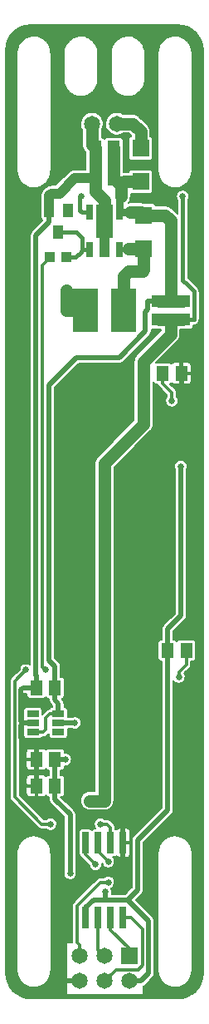
<source format=gbl>
%FSLAX34Y34*%
G04 Gerber Fmt 3.4, Leading zero omitted, Abs format*
G04 (created by PCBNEW (2014-05-28 BZR 4896)-product) date Wed 28 May 2014 09:37:14 PM CEST*
%MOIN*%
G01*
G70*
G90*
G04 APERTURE LIST*
%ADD10C,0.005906*%
%ADD11C,0.009843*%
%ADD12R,0.065000X0.065000*%
%ADD13C,0.065000*%
%ADD14R,0.059000X0.051100*%
%ADD15R,0.098400X0.177200*%
%ADD16R,0.051100X0.059000*%
%ADD17R,0.070866X0.070866*%
%ADD18R,0.039370X0.055118*%
%ADD19R,0.027559X0.086614*%
%ADD20R,0.039300X0.043300*%
%ADD21R,0.049213X0.025591*%
%ADD22R,0.027600X0.063000*%
%ADD23R,0.039400X0.086600*%
%ADD24R,0.070866X0.133858*%
%ADD25R,0.019685X0.019685*%
%ADD26C,0.025000*%
%ADD27C,0.020000*%
%ADD28C,0.050000*%
%ADD29C,0.016000*%
%ADD30C,0.012000*%
%ADD31C,0.030000*%
%ADD32C,0.008000*%
%ADD33C,0.040000*%
%ADD34C,0.007874*%
G04 APERTURE END LIST*
G54D10*
G54D11*
X25071Y-41939D02*
X24771Y-41939D01*
X25071Y-41839D02*
X24771Y-41839D01*
X25071Y-41889D02*
X24771Y-41889D01*
G54D12*
X28952Y-52649D03*
G54D13*
X28952Y-53649D03*
X27952Y-52649D03*
X27952Y-53649D03*
X26952Y-52649D03*
X26952Y-53649D03*
G54D14*
X30157Y-26397D03*
X30157Y-27145D03*
G54D15*
X28719Y-26771D03*
X27185Y-26771D03*
G54D16*
X28326Y-20275D03*
X27578Y-20275D03*
X25964Y-41889D03*
X25216Y-41889D03*
X25964Y-45826D03*
X25216Y-45826D03*
X25964Y-44763D03*
X25216Y-44763D03*
X28326Y-21456D03*
X27578Y-21456D03*
G54D17*
X29527Y-24291D03*
X29527Y-22952D03*
G54D18*
X25728Y-22755D03*
X26476Y-22755D03*
X26102Y-23622D03*
G54D19*
X27202Y-48106D03*
X27702Y-48106D03*
X28202Y-48106D03*
X28702Y-48106D03*
X28702Y-51106D03*
X28202Y-51106D03*
X27702Y-51106D03*
X27202Y-51106D03*
G54D20*
X25768Y-24645D03*
X26436Y-24645D03*
G54D21*
X25078Y-43681D03*
X25078Y-43307D03*
X25078Y-42933D03*
X26102Y-42933D03*
X26102Y-43681D03*
X26102Y-43307D03*
G54D22*
X28543Y-24330D03*
G54D23*
X27952Y-24212D03*
G54D22*
X27361Y-24330D03*
X27361Y-22834D03*
X28543Y-22834D03*
G54D24*
X27952Y-23188D03*
G54D16*
X30295Y-29291D03*
X31043Y-29291D03*
X30492Y-40393D03*
X31240Y-40393D03*
G54D14*
X31102Y-26397D03*
X31102Y-27145D03*
G54D13*
X28452Y-19291D03*
X27452Y-19291D03*
G54D25*
X25071Y-41889D03*
X24771Y-41889D03*
G54D17*
X29409Y-20275D03*
X29409Y-21614D03*
G54D26*
X29488Y-40433D03*
X27007Y-22204D03*
X27952Y-46417D03*
X27670Y-46417D03*
X27371Y-46417D03*
X31102Y-22204D03*
X25590Y-41181D03*
X24803Y-41181D03*
X27795Y-47362D03*
X25787Y-47362D03*
X28110Y-49685D03*
X27598Y-48976D03*
X26771Y-43307D03*
X26377Y-44763D03*
X31023Y-33031D03*
X26574Y-49330D03*
X27992Y-50078D03*
X26417Y-25980D03*
X26417Y-26363D03*
X26417Y-26771D03*
X28110Y-48858D03*
X30669Y-30393D03*
X30944Y-41456D03*
X28149Y-23070D03*
X27755Y-23070D03*
X27952Y-22874D03*
X28149Y-22677D03*
X27755Y-22677D03*
G54D27*
X28702Y-47473D02*
X29488Y-46687D01*
X29488Y-46687D02*
X29488Y-45511D01*
X24685Y-43307D02*
X24606Y-43385D01*
X24606Y-43385D02*
X24606Y-43906D01*
X24606Y-43906D02*
X24968Y-44268D01*
X24968Y-44268D02*
X25216Y-44268D01*
X25216Y-44763D02*
X25216Y-44268D01*
X24771Y-41889D02*
X24685Y-41889D01*
X24685Y-41889D02*
X24606Y-41968D01*
X24606Y-41968D02*
X24606Y-43235D01*
X24677Y-43307D02*
X24685Y-43307D01*
X24606Y-43235D02*
X24677Y-43307D01*
X24685Y-43307D02*
X25078Y-43307D01*
X25216Y-44763D02*
X25216Y-45826D01*
X31043Y-30728D02*
X29488Y-32283D01*
X31043Y-29291D02*
X31043Y-30728D01*
X29488Y-32283D02*
X29488Y-40433D01*
X29488Y-45511D02*
X29488Y-40433D01*
X28702Y-47473D02*
X28702Y-48106D01*
X28198Y-46968D02*
X28702Y-47473D01*
X26771Y-46732D02*
X27007Y-46968D01*
X26630Y-44268D02*
X26771Y-44409D01*
X27007Y-46968D02*
X28198Y-46968D01*
X26771Y-44409D02*
X26771Y-46732D01*
X25216Y-44268D02*
X26630Y-44268D01*
X28150Y-49291D02*
X28702Y-48739D01*
X26259Y-53543D02*
X26259Y-50841D01*
X28702Y-48739D02*
X28702Y-48106D01*
X27810Y-49291D02*
X28150Y-49291D01*
X26366Y-53649D02*
X26259Y-53543D01*
X26259Y-50841D02*
X27810Y-49291D01*
X26952Y-53649D02*
X26366Y-53649D01*
G54D28*
X27952Y-32913D02*
X27952Y-46417D01*
X29527Y-31338D02*
X27952Y-32913D01*
X29527Y-28818D02*
X29527Y-31338D01*
X30609Y-27736D02*
X29527Y-28818D01*
G54D29*
X27007Y-22204D02*
X26968Y-22244D01*
X26968Y-22244D02*
X26968Y-22755D01*
X26968Y-22755D02*
X27047Y-22834D01*
X27047Y-22834D02*
X27361Y-22834D01*
G54D28*
X27952Y-46417D02*
X27670Y-46417D01*
X27670Y-46417D02*
X27371Y-46417D01*
X31102Y-27145D02*
X31102Y-27145D01*
X30609Y-27145D02*
X30609Y-27736D01*
X30157Y-27145D02*
X30609Y-27145D01*
X30609Y-27145D02*
X31102Y-27145D01*
G54D29*
X31557Y-26014D02*
X31557Y-27145D01*
X31259Y-25716D02*
X31557Y-26014D01*
X31259Y-25708D02*
X31259Y-25716D01*
X31102Y-25551D02*
X31259Y-25708D01*
X31557Y-27145D02*
X31102Y-27145D01*
X31102Y-22204D02*
X31102Y-25551D01*
G54D27*
X28937Y-24291D02*
X28897Y-24330D01*
G54D28*
X28719Y-25385D02*
X28908Y-25196D01*
X28908Y-25196D02*
X29476Y-25196D01*
G54D27*
X28897Y-24330D02*
X28543Y-24330D01*
G54D28*
X28719Y-26771D02*
X28719Y-25385D01*
X29476Y-25196D02*
X29527Y-25145D01*
X29527Y-24291D02*
X28937Y-24291D01*
X29527Y-25145D02*
X29527Y-24291D01*
G54D30*
X24803Y-41181D02*
X24346Y-41637D01*
X25433Y-47362D02*
X25590Y-47362D01*
X24346Y-41637D02*
X24346Y-46275D01*
X24346Y-46275D02*
X25433Y-47362D01*
X25590Y-47362D02*
X25787Y-47362D01*
X28202Y-47494D02*
X28202Y-48106D01*
X28070Y-47362D02*
X28202Y-47494D01*
X27795Y-47362D02*
X28070Y-47362D01*
X25768Y-24665D02*
X25451Y-24982D01*
X25768Y-24645D02*
X25768Y-24665D01*
X25451Y-24982D02*
X25451Y-41042D01*
X25451Y-41042D02*
X25465Y-41056D01*
X25465Y-41056D02*
X25590Y-41181D01*
X27202Y-48580D02*
X27202Y-48106D01*
X27598Y-48976D02*
X27202Y-48580D01*
X27801Y-49685D02*
X28110Y-49685D01*
X26850Y-50635D02*
X27801Y-49685D01*
X26850Y-52087D02*
X26850Y-50635D01*
X26952Y-52189D02*
X26850Y-52087D01*
X26952Y-52649D02*
X26952Y-52189D01*
X28277Y-53324D02*
X27952Y-53649D01*
X28417Y-53184D02*
X28277Y-53324D01*
X29319Y-53184D02*
X28417Y-53184D01*
X29488Y-53016D02*
X29319Y-53184D01*
X29488Y-51574D02*
X29488Y-53016D01*
X29019Y-51106D02*
X29488Y-51574D01*
X28702Y-51106D02*
X29019Y-51106D01*
X28952Y-52338D02*
X28952Y-52649D01*
X28202Y-51588D02*
X28952Y-52338D01*
X28202Y-51106D02*
X28202Y-51588D01*
X27702Y-52399D02*
X27952Y-52649D01*
X27702Y-51106D02*
X27702Y-52399D01*
G54D27*
X30492Y-40393D02*
X30492Y-46791D01*
X30492Y-46791D02*
X29291Y-47992D01*
X29291Y-47992D02*
X29291Y-49987D01*
X29291Y-49987D02*
X28885Y-50393D01*
X25964Y-44763D02*
X26377Y-44763D01*
X26771Y-43307D02*
X26102Y-43307D01*
X30492Y-39547D02*
X30492Y-40393D01*
X31023Y-39015D02*
X30492Y-39547D01*
X31023Y-33031D02*
X31023Y-39015D01*
X25964Y-44763D02*
X25964Y-45826D01*
X29728Y-53333D02*
X29412Y-53649D01*
X29412Y-53649D02*
X28952Y-53649D01*
X29728Y-51236D02*
X29728Y-53333D01*
X28885Y-50393D02*
X29728Y-51236D01*
X27202Y-50711D02*
X27520Y-50393D01*
X27202Y-51106D02*
X27202Y-50711D01*
X25964Y-45826D02*
X25964Y-46358D01*
X26574Y-46968D02*
X26574Y-49330D01*
X25964Y-46358D02*
X26574Y-46968D01*
X27992Y-50384D02*
X28001Y-50393D01*
X27992Y-50078D02*
X27992Y-50384D01*
X28001Y-50393D02*
X28885Y-50393D01*
X27520Y-50393D02*
X28001Y-50393D01*
G54D28*
X29409Y-21614D02*
X28759Y-21614D01*
X28759Y-21614D02*
X28622Y-21751D01*
G54D27*
X25964Y-41889D02*
X25964Y-42381D01*
X25964Y-42381D02*
X26102Y-42519D01*
X26102Y-42519D02*
X26102Y-42933D01*
G54D30*
X26102Y-42933D02*
X25767Y-42933D01*
X25492Y-43681D02*
X25078Y-43681D01*
X25590Y-43582D02*
X25492Y-43681D01*
X25590Y-43110D02*
X25590Y-43582D01*
X25767Y-42933D02*
X25590Y-43110D01*
G54D31*
X28622Y-22204D02*
X28558Y-22204D01*
X28558Y-22204D02*
X28543Y-22219D01*
X28543Y-22219D02*
X28543Y-22834D01*
G54D28*
X28622Y-21751D02*
X28622Y-22204D01*
X28326Y-21456D02*
X28622Y-21751D01*
X30157Y-26397D02*
X30157Y-26397D01*
X30608Y-23179D02*
X30381Y-22952D01*
X30608Y-26397D02*
X30608Y-23179D01*
X31102Y-26397D02*
X30608Y-26397D01*
X30381Y-22952D02*
X29527Y-22952D01*
X30608Y-26397D02*
X30157Y-26397D01*
X28326Y-20275D02*
X28326Y-21456D01*
G54D31*
X28761Y-22834D02*
X28761Y-22834D01*
X28543Y-22834D02*
X28761Y-22834D01*
X28761Y-22834D02*
X28976Y-22834D01*
G54D28*
X29409Y-22834D02*
X29527Y-22952D01*
X28976Y-22834D02*
X29409Y-22834D01*
G54D27*
X25964Y-41043D02*
X25964Y-41889D01*
X29606Y-26822D02*
X29606Y-27598D01*
X29685Y-26743D02*
X29606Y-26822D01*
X29685Y-26417D02*
X29685Y-26743D01*
X25708Y-29763D02*
X25708Y-40787D01*
X28543Y-28661D02*
X26811Y-28661D01*
X29704Y-26397D02*
X29685Y-26417D01*
X29606Y-27598D02*
X28543Y-28661D01*
X30157Y-26397D02*
X29704Y-26397D01*
X26811Y-28661D02*
X25708Y-29763D01*
X25708Y-40787D02*
X25964Y-41043D01*
G54D28*
X26417Y-26771D02*
X26417Y-26363D01*
X26417Y-25980D02*
X26417Y-26363D01*
X27185Y-26771D02*
X26417Y-26771D01*
G54D29*
X27063Y-23855D02*
X27063Y-24330D01*
X26102Y-23622D02*
X26830Y-23622D01*
X26830Y-23622D02*
X27063Y-23855D01*
X27007Y-24430D02*
X27007Y-24386D01*
X27007Y-24386D02*
X27063Y-24330D01*
X27063Y-24330D02*
X27361Y-24330D01*
X26436Y-24645D02*
X26792Y-24645D01*
X26792Y-24645D02*
X27007Y-24430D01*
G54D30*
X27702Y-48106D02*
X27702Y-48450D01*
X27702Y-48450D02*
X28110Y-48858D01*
X30295Y-29704D02*
X30669Y-30078D01*
X30669Y-30078D02*
X30669Y-30393D01*
X30295Y-29704D02*
X30295Y-29291D01*
X30944Y-41456D02*
X30944Y-41259D01*
X31240Y-40964D02*
X31240Y-40393D01*
X30944Y-41259D02*
X31240Y-40964D01*
G54D32*
X27755Y-22677D02*
X27952Y-22874D01*
X27952Y-23188D02*
X27952Y-22874D01*
G54D30*
X27952Y-23188D02*
X27952Y-24212D01*
G54D28*
X27578Y-22004D02*
X27952Y-22378D01*
X27578Y-21456D02*
X27578Y-22004D01*
X27952Y-22378D02*
X27952Y-23188D01*
X27452Y-19291D02*
X27452Y-20149D01*
X27452Y-20149D02*
X27578Y-20275D01*
X27578Y-20275D02*
X27578Y-21456D01*
G54D27*
X25206Y-41385D02*
X25206Y-23753D01*
X25728Y-23231D02*
X25728Y-22755D01*
X25216Y-41889D02*
X25216Y-41394D01*
X25216Y-41394D02*
X25206Y-41385D01*
X25206Y-23753D02*
X25728Y-23231D01*
G54D33*
X25728Y-22180D02*
X25822Y-22086D01*
X25728Y-22755D02*
X25728Y-22180D01*
X25822Y-22086D02*
X26141Y-22086D01*
X26771Y-21456D02*
X27578Y-21456D01*
X26141Y-22086D02*
X26771Y-21456D01*
G54D28*
X28452Y-19291D02*
X29094Y-19291D01*
X29409Y-19606D02*
X29409Y-20275D01*
X29094Y-19291D02*
X29409Y-19606D01*
G54D34*
G36*
X31909Y-53337D02*
X31889Y-53541D01*
X31832Y-53728D01*
X31775Y-53837D01*
X31775Y-26014D01*
X31773Y-25994D01*
X31771Y-25974D01*
X31771Y-25972D01*
X31771Y-25971D01*
X31765Y-25952D01*
X31759Y-25933D01*
X31759Y-25932D01*
X31758Y-25931D01*
X31749Y-25913D01*
X31740Y-25895D01*
X31739Y-25894D01*
X31738Y-25893D01*
X31726Y-25878D01*
X31713Y-25862D01*
X31711Y-25860D01*
X31711Y-25860D01*
X31711Y-25860D01*
X31711Y-25860D01*
X31476Y-25625D01*
X31476Y-21181D01*
X31476Y-18290D01*
X31476Y-16456D01*
X31476Y-16456D01*
X31476Y-16455D01*
X31476Y-16448D01*
X31475Y-16440D01*
X31475Y-16432D01*
X31475Y-16429D01*
X31464Y-16330D01*
X31460Y-16314D01*
X31457Y-16299D01*
X31456Y-16296D01*
X31456Y-16296D01*
X31426Y-16201D01*
X31420Y-16186D01*
X31414Y-16171D01*
X31413Y-16169D01*
X31413Y-16169D01*
X31364Y-16082D01*
X31355Y-16068D01*
X31346Y-16055D01*
X31345Y-16053D01*
X31345Y-16053D01*
X31345Y-16053D01*
X31281Y-15977D01*
X31269Y-15965D01*
X31258Y-15954D01*
X31256Y-15952D01*
X31256Y-15952D01*
X31256Y-15952D01*
X31178Y-15890D01*
X31165Y-15881D01*
X31151Y-15872D01*
X31149Y-15871D01*
X31149Y-15871D01*
X31149Y-15871D01*
X31061Y-15825D01*
X31046Y-15819D01*
X31031Y-15812D01*
X31029Y-15812D01*
X31029Y-15812D01*
X31029Y-15812D01*
X30933Y-15783D01*
X30917Y-15780D01*
X30901Y-15777D01*
X30899Y-15777D01*
X30799Y-15768D01*
X30783Y-15768D01*
X30767Y-15768D01*
X30765Y-15768D01*
X30665Y-15779D01*
X30650Y-15782D01*
X30634Y-15785D01*
X30632Y-15786D01*
X30632Y-15786D01*
X30632Y-15786D01*
X30536Y-15815D01*
X30521Y-15821D01*
X30506Y-15827D01*
X30504Y-15829D01*
X30504Y-15829D01*
X30504Y-15829D01*
X30416Y-15876D01*
X30403Y-15885D01*
X30390Y-15894D01*
X30388Y-15895D01*
X30388Y-15895D01*
X30388Y-15895D01*
X30311Y-15959D01*
X30299Y-15970D01*
X30288Y-15982D01*
X30286Y-15984D01*
X30223Y-16061D01*
X30214Y-16074D01*
X30205Y-16088D01*
X30204Y-16090D01*
X30204Y-16090D01*
X30204Y-16090D01*
X30204Y-16090D01*
X30157Y-16178D01*
X30151Y-16193D01*
X30145Y-16208D01*
X30144Y-16210D01*
X30115Y-16306D01*
X30112Y-16321D01*
X30109Y-16337D01*
X30109Y-16339D01*
X30109Y-16339D01*
X30109Y-16339D01*
X30099Y-16439D01*
X30099Y-16446D01*
X30098Y-16454D01*
X30098Y-16456D01*
X30098Y-21181D01*
X30098Y-21181D01*
X30098Y-21182D01*
X30098Y-21189D01*
X30099Y-21197D01*
X30099Y-21205D01*
X30099Y-21207D01*
X30110Y-21307D01*
X30114Y-21322D01*
X30117Y-21338D01*
X30117Y-21341D01*
X30148Y-21436D01*
X30154Y-21451D01*
X30160Y-21465D01*
X30161Y-21468D01*
X30161Y-21468D01*
X30161Y-21468D01*
X30209Y-21555D01*
X30218Y-21568D01*
X30227Y-21582D01*
X30229Y-21584D01*
X30229Y-21584D01*
X30229Y-21584D01*
X30229Y-21584D01*
X30293Y-21660D01*
X30305Y-21671D01*
X30316Y-21683D01*
X30318Y-21684D01*
X30318Y-21684D01*
X30318Y-21684D01*
X30318Y-21684D01*
X30396Y-21747D01*
X30409Y-21756D01*
X30422Y-21765D01*
X30425Y-21766D01*
X30425Y-21766D01*
X30425Y-21766D01*
X30513Y-21812D01*
X30528Y-21818D01*
X30543Y-21824D01*
X30545Y-21825D01*
X30545Y-21825D01*
X30641Y-21853D01*
X30657Y-21856D01*
X30672Y-21860D01*
X30675Y-21860D01*
X30675Y-21860D01*
X30774Y-21869D01*
X30790Y-21869D01*
X30807Y-21869D01*
X30809Y-21869D01*
X30908Y-21858D01*
X30924Y-21855D01*
X30940Y-21852D01*
X30942Y-21851D01*
X30942Y-21851D01*
X30942Y-21851D01*
X30942Y-21851D01*
X31038Y-21822D01*
X31052Y-21815D01*
X31067Y-21809D01*
X31069Y-21808D01*
X31070Y-21808D01*
X31070Y-21808D01*
X31070Y-21808D01*
X31157Y-21761D01*
X31171Y-21752D01*
X31184Y-21743D01*
X31186Y-21741D01*
X31186Y-21741D01*
X31186Y-21741D01*
X31186Y-21741D01*
X31263Y-21678D01*
X31274Y-21666D01*
X31286Y-21655D01*
X31287Y-21653D01*
X31287Y-21653D01*
X31287Y-21653D01*
X31287Y-21653D01*
X31350Y-21576D01*
X31359Y-21562D01*
X31368Y-21549D01*
X31370Y-21547D01*
X31370Y-21547D01*
X31370Y-21547D01*
X31370Y-21547D01*
X31417Y-21459D01*
X31423Y-21444D01*
X31429Y-21429D01*
X31430Y-21427D01*
X31430Y-21427D01*
X31459Y-21331D01*
X31462Y-21315D01*
X31465Y-21300D01*
X31465Y-21297D01*
X31465Y-21297D01*
X31465Y-21297D01*
X31465Y-21297D01*
X31475Y-21198D01*
X31475Y-21191D01*
X31476Y-21183D01*
X31476Y-21181D01*
X31476Y-25625D01*
X31443Y-25592D01*
X31442Y-25590D01*
X31441Y-25589D01*
X31441Y-25588D01*
X31428Y-25572D01*
X31415Y-25556D01*
X31414Y-25555D01*
X31414Y-25555D01*
X31414Y-25555D01*
X31413Y-25554D01*
X31320Y-25460D01*
X31320Y-22351D01*
X31331Y-22335D01*
X31352Y-22288D01*
X31364Y-22237D01*
X31365Y-22178D01*
X31355Y-22128D01*
X31335Y-22080D01*
X31306Y-22037D01*
X31270Y-22001D01*
X31227Y-21972D01*
X31180Y-21952D01*
X31129Y-21942D01*
X31078Y-21941D01*
X31027Y-21951D01*
X30980Y-21970D01*
X30936Y-21998D01*
X30900Y-22034D01*
X30870Y-22077D01*
X30850Y-22124D01*
X30839Y-22175D01*
X30839Y-22226D01*
X30848Y-22277D01*
X30867Y-22325D01*
X30884Y-22351D01*
X30884Y-22907D01*
X30883Y-22906D01*
X30883Y-22906D01*
X30883Y-22905D01*
X30882Y-22905D01*
X30656Y-22678D01*
X30628Y-22655D01*
X30600Y-22632D01*
X30599Y-22631D01*
X30597Y-22630D01*
X30566Y-22613D01*
X30534Y-22596D01*
X30532Y-22595D01*
X30530Y-22594D01*
X30496Y-22584D01*
X30462Y-22573D01*
X30460Y-22573D01*
X30458Y-22572D01*
X30422Y-22568D01*
X30387Y-22564D01*
X30383Y-22564D01*
X30383Y-22564D01*
X30383Y-22564D01*
X30381Y-22564D01*
X30015Y-22564D01*
X30014Y-22558D01*
X30004Y-22533D01*
X29988Y-22510D01*
X29969Y-22491D01*
X29947Y-22476D01*
X29922Y-22465D01*
X29895Y-22460D01*
X29868Y-22460D01*
X29506Y-22460D01*
X29490Y-22455D01*
X29488Y-22455D01*
X29486Y-22454D01*
X29450Y-22450D01*
X29414Y-22446D01*
X29410Y-22446D01*
X29410Y-22446D01*
X29410Y-22446D01*
X29409Y-22446D01*
X28976Y-22446D01*
X28917Y-22452D01*
X28942Y-22423D01*
X28978Y-22357D01*
X29001Y-22285D01*
X29009Y-22210D01*
X29009Y-22204D01*
X29009Y-22098D01*
X29014Y-22101D01*
X29041Y-22106D01*
X29068Y-22106D01*
X29777Y-22106D01*
X29803Y-22101D01*
X29829Y-22090D01*
X29851Y-22075D01*
X29870Y-22056D01*
X29885Y-22033D01*
X29896Y-22008D01*
X29901Y-21982D01*
X29901Y-21954D01*
X29901Y-21246D01*
X29901Y-20643D01*
X29901Y-20616D01*
X29901Y-19907D01*
X29896Y-19881D01*
X29885Y-19855D01*
X29870Y-19833D01*
X29851Y-19814D01*
X29829Y-19799D01*
X29803Y-19788D01*
X29797Y-19787D01*
X29797Y-19606D01*
X29793Y-19570D01*
X29790Y-19534D01*
X29790Y-19533D01*
X29789Y-19530D01*
X29779Y-19496D01*
X29769Y-19462D01*
X29768Y-19460D01*
X29767Y-19458D01*
X29751Y-19426D01*
X29734Y-19395D01*
X29733Y-19393D01*
X29732Y-19391D01*
X29709Y-19363D01*
X29687Y-19335D01*
X29684Y-19333D01*
X29684Y-19333D01*
X29684Y-19332D01*
X29683Y-19332D01*
X29586Y-19235D01*
X29586Y-17519D01*
X29586Y-16456D01*
X29586Y-16456D01*
X29586Y-16455D01*
X29586Y-16448D01*
X29585Y-16440D01*
X29585Y-16432D01*
X29585Y-16429D01*
X29574Y-16330D01*
X29570Y-16314D01*
X29567Y-16299D01*
X29567Y-16296D01*
X29567Y-16296D01*
X29536Y-16201D01*
X29530Y-16186D01*
X29524Y-16171D01*
X29523Y-16169D01*
X29523Y-16169D01*
X29475Y-16082D01*
X29466Y-16068D01*
X29457Y-16055D01*
X29455Y-16053D01*
X29455Y-16053D01*
X29455Y-16053D01*
X29391Y-15977D01*
X29379Y-15965D01*
X29368Y-15954D01*
X29366Y-15952D01*
X29366Y-15952D01*
X29366Y-15952D01*
X29288Y-15890D01*
X29275Y-15881D01*
X29262Y-15872D01*
X29259Y-15871D01*
X29259Y-15871D01*
X29259Y-15871D01*
X29171Y-15825D01*
X29156Y-15819D01*
X29141Y-15812D01*
X29139Y-15812D01*
X29139Y-15812D01*
X29139Y-15812D01*
X29043Y-15783D01*
X29027Y-15780D01*
X29012Y-15777D01*
X29009Y-15777D01*
X28910Y-15768D01*
X28894Y-15768D01*
X28878Y-15768D01*
X28875Y-15768D01*
X28776Y-15779D01*
X28760Y-15782D01*
X28744Y-15785D01*
X28742Y-15786D01*
X28742Y-15786D01*
X28742Y-15786D01*
X28646Y-15815D01*
X28632Y-15821D01*
X28617Y-15827D01*
X28615Y-15829D01*
X28615Y-15829D01*
X28615Y-15829D01*
X28527Y-15876D01*
X28513Y-15885D01*
X28500Y-15894D01*
X28498Y-15895D01*
X28498Y-15895D01*
X28498Y-15895D01*
X28421Y-15959D01*
X28410Y-15970D01*
X28398Y-15982D01*
X28397Y-15984D01*
X28334Y-16061D01*
X28325Y-16074D01*
X28316Y-16088D01*
X28314Y-16090D01*
X28314Y-16090D01*
X28314Y-16090D01*
X28314Y-16090D01*
X28268Y-16178D01*
X28261Y-16193D01*
X28255Y-16208D01*
X28254Y-16210D01*
X28225Y-16306D01*
X28222Y-16321D01*
X28219Y-16337D01*
X28219Y-16339D01*
X28219Y-16339D01*
X28219Y-16339D01*
X28209Y-16439D01*
X28209Y-16446D01*
X28208Y-16454D01*
X28208Y-16456D01*
X28208Y-17519D01*
X28208Y-17519D01*
X28208Y-17520D01*
X28208Y-17528D01*
X28209Y-17536D01*
X28209Y-17544D01*
X28209Y-17546D01*
X28220Y-17645D01*
X28224Y-17661D01*
X28227Y-17677D01*
X28228Y-17679D01*
X28258Y-17774D01*
X28264Y-17789D01*
X28270Y-17804D01*
X28271Y-17806D01*
X28271Y-17806D01*
X28271Y-17806D01*
X28320Y-17894D01*
X28329Y-17907D01*
X28338Y-17920D01*
X28339Y-17922D01*
X28339Y-17922D01*
X28339Y-17922D01*
X28339Y-17922D01*
X28403Y-17999D01*
X28415Y-18010D01*
X28426Y-18021D01*
X28428Y-18023D01*
X28428Y-18023D01*
X28428Y-18023D01*
X28428Y-18023D01*
X28506Y-18086D01*
X28519Y-18094D01*
X28533Y-18103D01*
X28535Y-18104D01*
X28535Y-18104D01*
X28535Y-18104D01*
X28623Y-18151D01*
X28638Y-18157D01*
X28653Y-18163D01*
X28655Y-18164D01*
X28655Y-18164D01*
X28751Y-18192D01*
X28767Y-18195D01*
X28783Y-18198D01*
X28785Y-18198D01*
X28785Y-18198D01*
X28885Y-18207D01*
X28901Y-18207D01*
X28917Y-18207D01*
X28919Y-18207D01*
X29019Y-18197D01*
X29034Y-18194D01*
X29050Y-18190D01*
X29052Y-18190D01*
X29052Y-18190D01*
X29052Y-18190D01*
X29052Y-18190D01*
X29148Y-18160D01*
X29163Y-18154D01*
X29178Y-18148D01*
X29180Y-18147D01*
X29180Y-18147D01*
X29180Y-18147D01*
X29180Y-18147D01*
X29268Y-18099D01*
X29281Y-18090D01*
X29294Y-18082D01*
X29296Y-18080D01*
X29296Y-18080D01*
X29296Y-18080D01*
X29296Y-18080D01*
X29373Y-18016D01*
X29385Y-18005D01*
X29396Y-17994D01*
X29398Y-17992D01*
X29398Y-17992D01*
X29398Y-17992D01*
X29398Y-17992D01*
X29461Y-17914D01*
X29470Y-17901D01*
X29479Y-17888D01*
X29480Y-17886D01*
X29480Y-17886D01*
X29480Y-17886D01*
X29480Y-17886D01*
X29527Y-17797D01*
X29533Y-17783D01*
X29539Y-17768D01*
X29540Y-17765D01*
X29540Y-17765D01*
X29569Y-17670D01*
X29572Y-17654D01*
X29575Y-17638D01*
X29576Y-17636D01*
X29576Y-17636D01*
X29576Y-17636D01*
X29576Y-17636D01*
X29585Y-17536D01*
X29585Y-17529D01*
X29586Y-17522D01*
X29586Y-17519D01*
X29586Y-19235D01*
X29368Y-19017D01*
X29341Y-18994D01*
X29313Y-18971D01*
X29311Y-18970D01*
X29310Y-18969D01*
X29278Y-18952D01*
X29247Y-18934D01*
X29245Y-18934D01*
X29243Y-18933D01*
X29209Y-18922D01*
X29175Y-18912D01*
X29173Y-18911D01*
X29171Y-18911D01*
X29135Y-18907D01*
X29099Y-18903D01*
X29095Y-18903D01*
X29095Y-18903D01*
X29095Y-18903D01*
X29094Y-18903D01*
X28705Y-18903D01*
X28673Y-18882D01*
X28590Y-18847D01*
X28501Y-18828D01*
X28410Y-18828D01*
X28321Y-18845D01*
X28237Y-18879D01*
X28161Y-18928D01*
X28096Y-18992D01*
X28045Y-19067D01*
X28009Y-19150D01*
X27990Y-19239D01*
X27989Y-19330D01*
X28005Y-19419D01*
X28039Y-19503D01*
X28088Y-19580D01*
X28151Y-19645D01*
X28225Y-19697D01*
X28309Y-19733D01*
X28397Y-19753D01*
X28488Y-19755D01*
X28577Y-19739D01*
X28662Y-19706D01*
X28705Y-19679D01*
X28933Y-19679D01*
X29021Y-19766D01*
X29021Y-19787D01*
X29014Y-19788D01*
X28989Y-19799D01*
X28967Y-19814D01*
X28948Y-19833D01*
X28933Y-19855D01*
X28922Y-19881D01*
X28917Y-19907D01*
X28917Y-19934D01*
X28917Y-20643D01*
X28922Y-20670D01*
X28933Y-20695D01*
X28948Y-20717D01*
X28967Y-20736D01*
X28989Y-20752D01*
X29014Y-20762D01*
X29041Y-20767D01*
X29068Y-20767D01*
X29777Y-20767D01*
X29803Y-20762D01*
X29829Y-20752D01*
X29851Y-20736D01*
X29870Y-20717D01*
X29885Y-20695D01*
X29896Y-20670D01*
X29901Y-20643D01*
X29901Y-21246D01*
X29896Y-21219D01*
X29885Y-21194D01*
X29870Y-21172D01*
X29851Y-21152D01*
X29829Y-21137D01*
X29803Y-21127D01*
X29777Y-21122D01*
X29750Y-21122D01*
X29041Y-21122D01*
X29014Y-21127D01*
X28989Y-21137D01*
X28967Y-21152D01*
X28948Y-21172D01*
X28933Y-21194D01*
X28922Y-21219D01*
X28921Y-21226D01*
X28759Y-21226D01*
X28724Y-21229D01*
X28720Y-21230D01*
X28720Y-21148D01*
X28714Y-21121D01*
X28714Y-21121D01*
X28714Y-20611D01*
X28714Y-20610D01*
X28720Y-20584D01*
X28720Y-20557D01*
X28720Y-19967D01*
X28714Y-19940D01*
X28704Y-19915D01*
X28689Y-19892D01*
X28670Y-19873D01*
X28647Y-19858D01*
X28622Y-19848D01*
X28595Y-19842D01*
X28568Y-19842D01*
X28057Y-19842D01*
X28031Y-19848D01*
X28005Y-19858D01*
X27983Y-19873D01*
X27964Y-19892D01*
X27952Y-19909D01*
X27941Y-19892D01*
X27922Y-19873D01*
X27899Y-19858D01*
X27874Y-19848D01*
X27847Y-19842D01*
X27840Y-19842D01*
X27840Y-19544D01*
X27857Y-19521D01*
X27894Y-19438D01*
X27914Y-19349D01*
X27915Y-19245D01*
X27897Y-19156D01*
X27863Y-19073D01*
X27813Y-18997D01*
X27749Y-18933D01*
X27696Y-18897D01*
X27696Y-17519D01*
X27696Y-16456D01*
X27696Y-16456D01*
X27696Y-16455D01*
X27696Y-16448D01*
X27695Y-16440D01*
X27695Y-16432D01*
X27695Y-16429D01*
X27684Y-16330D01*
X27681Y-16314D01*
X27678Y-16299D01*
X27677Y-16296D01*
X27677Y-16296D01*
X27647Y-16201D01*
X27640Y-16186D01*
X27634Y-16171D01*
X27633Y-16169D01*
X27633Y-16169D01*
X27585Y-16082D01*
X27576Y-16068D01*
X27567Y-16055D01*
X27565Y-16053D01*
X27565Y-16053D01*
X27565Y-16053D01*
X27501Y-15977D01*
X27490Y-15965D01*
X27478Y-15954D01*
X27476Y-15952D01*
X27476Y-15952D01*
X27476Y-15952D01*
X27399Y-15890D01*
X27385Y-15881D01*
X27372Y-15872D01*
X27370Y-15871D01*
X27370Y-15871D01*
X27370Y-15871D01*
X27281Y-15825D01*
X27266Y-15819D01*
X27251Y-15812D01*
X27249Y-15812D01*
X27249Y-15812D01*
X27249Y-15812D01*
X27153Y-15783D01*
X27138Y-15780D01*
X27122Y-15777D01*
X27119Y-15777D01*
X27020Y-15768D01*
X27004Y-15768D01*
X26988Y-15768D01*
X26985Y-15768D01*
X26886Y-15779D01*
X26870Y-15782D01*
X26854Y-15785D01*
X26852Y-15786D01*
X26852Y-15786D01*
X26852Y-15786D01*
X26757Y-15815D01*
X26742Y-15821D01*
X26727Y-15827D01*
X26725Y-15829D01*
X26725Y-15829D01*
X26725Y-15829D01*
X26637Y-15876D01*
X26624Y-15885D01*
X26610Y-15894D01*
X26608Y-15895D01*
X26608Y-15895D01*
X26608Y-15895D01*
X26531Y-15959D01*
X26520Y-15970D01*
X26508Y-15982D01*
X26507Y-15984D01*
X26444Y-16061D01*
X26435Y-16074D01*
X26426Y-16088D01*
X26425Y-16090D01*
X26425Y-16090D01*
X26425Y-16090D01*
X26425Y-16090D01*
X26378Y-16178D01*
X26372Y-16193D01*
X26365Y-16208D01*
X26365Y-16210D01*
X26336Y-16306D01*
X26333Y-16321D01*
X26329Y-16337D01*
X26329Y-16339D01*
X26329Y-16339D01*
X26329Y-16339D01*
X26319Y-16439D01*
X26319Y-16446D01*
X26318Y-16454D01*
X26318Y-16456D01*
X26318Y-17519D01*
X26318Y-17519D01*
X26318Y-17520D01*
X26318Y-17528D01*
X26319Y-17536D01*
X26319Y-17544D01*
X26320Y-17546D01*
X26331Y-17645D01*
X26334Y-17661D01*
X26337Y-17677D01*
X26338Y-17679D01*
X26368Y-17774D01*
X26374Y-17789D01*
X26381Y-17804D01*
X26382Y-17806D01*
X26382Y-17806D01*
X26382Y-17806D01*
X26430Y-17894D01*
X26439Y-17907D01*
X26448Y-17920D01*
X26449Y-17922D01*
X26449Y-17922D01*
X26449Y-17922D01*
X26449Y-17922D01*
X26514Y-17999D01*
X26525Y-18010D01*
X26536Y-18021D01*
X26538Y-18023D01*
X26538Y-18023D01*
X26538Y-18023D01*
X26538Y-18023D01*
X26616Y-18086D01*
X26630Y-18094D01*
X26643Y-18103D01*
X26645Y-18104D01*
X26645Y-18104D01*
X26645Y-18104D01*
X26734Y-18151D01*
X26748Y-18157D01*
X26763Y-18163D01*
X26766Y-18164D01*
X26766Y-18164D01*
X26861Y-18192D01*
X26877Y-18195D01*
X26893Y-18198D01*
X26895Y-18198D01*
X26895Y-18198D01*
X26995Y-18207D01*
X27011Y-18207D01*
X27027Y-18207D01*
X27029Y-18207D01*
X27129Y-18197D01*
X27145Y-18194D01*
X27160Y-18190D01*
X27163Y-18190D01*
X27163Y-18190D01*
X27163Y-18190D01*
X27163Y-18190D01*
X27258Y-18160D01*
X27273Y-18154D01*
X27288Y-18148D01*
X27290Y-18147D01*
X27290Y-18147D01*
X27290Y-18147D01*
X27290Y-18147D01*
X27378Y-18099D01*
X27391Y-18090D01*
X27405Y-18082D01*
X27407Y-18080D01*
X27407Y-18080D01*
X27407Y-18080D01*
X27407Y-18080D01*
X27483Y-18016D01*
X27495Y-18005D01*
X27506Y-17994D01*
X27508Y-17992D01*
X27508Y-17992D01*
X27508Y-17992D01*
X27508Y-17992D01*
X27571Y-17914D01*
X27580Y-17901D01*
X27589Y-17888D01*
X27590Y-17886D01*
X27590Y-17886D01*
X27590Y-17886D01*
X27590Y-17886D01*
X27637Y-17797D01*
X27643Y-17783D01*
X27649Y-17768D01*
X27650Y-17765D01*
X27650Y-17765D01*
X27679Y-17670D01*
X27682Y-17654D01*
X27685Y-17638D01*
X27686Y-17636D01*
X27686Y-17636D01*
X27686Y-17636D01*
X27686Y-17636D01*
X27696Y-17536D01*
X27696Y-17529D01*
X27696Y-17522D01*
X27696Y-17519D01*
X27696Y-18897D01*
X27673Y-18882D01*
X27590Y-18847D01*
X27501Y-18828D01*
X27410Y-18828D01*
X27321Y-18845D01*
X27237Y-18879D01*
X27161Y-18928D01*
X27096Y-18992D01*
X27045Y-19067D01*
X27009Y-19150D01*
X26990Y-19239D01*
X26989Y-19330D01*
X27005Y-19419D01*
X27039Y-19503D01*
X27064Y-19543D01*
X27064Y-20149D01*
X27068Y-20185D01*
X27071Y-20220D01*
X27072Y-20222D01*
X27072Y-20224D01*
X27082Y-20259D01*
X27092Y-20293D01*
X27093Y-20295D01*
X27094Y-20297D01*
X27111Y-20329D01*
X27127Y-20360D01*
X27128Y-20362D01*
X27129Y-20364D01*
X27152Y-20391D01*
X27174Y-20419D01*
X27177Y-20422D01*
X27177Y-20422D01*
X27177Y-20422D01*
X27178Y-20423D01*
X27185Y-20430D01*
X27185Y-20584D01*
X27190Y-20610D01*
X27190Y-20611D01*
X27190Y-21118D01*
X26771Y-21118D01*
X26740Y-21121D01*
X26709Y-21124D01*
X26707Y-21125D01*
X26706Y-21125D01*
X26676Y-21134D01*
X26646Y-21143D01*
X26644Y-21143D01*
X26642Y-21144D01*
X26615Y-21159D01*
X26587Y-21173D01*
X26586Y-21174D01*
X26584Y-21175D01*
X26560Y-21195D01*
X26536Y-21214D01*
X26533Y-21216D01*
X26533Y-21217D01*
X26533Y-21217D01*
X26532Y-21217D01*
X26001Y-21748D01*
X25822Y-21748D01*
X25807Y-21750D01*
X25807Y-21181D01*
X25807Y-16456D01*
X25807Y-16456D01*
X25807Y-16455D01*
X25807Y-16448D01*
X25806Y-16440D01*
X25806Y-16432D01*
X25805Y-16429D01*
X25794Y-16330D01*
X25791Y-16314D01*
X25788Y-16299D01*
X25787Y-16296D01*
X25787Y-16296D01*
X25757Y-16201D01*
X25751Y-16186D01*
X25744Y-16171D01*
X25743Y-16169D01*
X25743Y-16169D01*
X25695Y-16082D01*
X25686Y-16068D01*
X25677Y-16055D01*
X25676Y-16053D01*
X25676Y-16053D01*
X25676Y-16053D01*
X25611Y-15977D01*
X25600Y-15965D01*
X25589Y-15954D01*
X25587Y-15952D01*
X25587Y-15952D01*
X25587Y-15952D01*
X25509Y-15890D01*
X25495Y-15881D01*
X25482Y-15872D01*
X25480Y-15871D01*
X25480Y-15871D01*
X25480Y-15871D01*
X25391Y-15825D01*
X25377Y-15819D01*
X25362Y-15812D01*
X25359Y-15812D01*
X25359Y-15812D01*
X25359Y-15812D01*
X25264Y-15783D01*
X25248Y-15780D01*
X25232Y-15777D01*
X25230Y-15777D01*
X25130Y-15768D01*
X25114Y-15768D01*
X25098Y-15768D01*
X25096Y-15768D01*
X24996Y-15779D01*
X24980Y-15782D01*
X24965Y-15785D01*
X24962Y-15786D01*
X24962Y-15786D01*
X24962Y-15786D01*
X24867Y-15815D01*
X24852Y-15821D01*
X24837Y-15827D01*
X24835Y-15829D01*
X24835Y-15829D01*
X24835Y-15829D01*
X24747Y-15876D01*
X24734Y-15885D01*
X24720Y-15894D01*
X24718Y-15895D01*
X24718Y-15895D01*
X24718Y-15895D01*
X24642Y-15959D01*
X24630Y-15970D01*
X24619Y-15982D01*
X24617Y-15984D01*
X24554Y-16061D01*
X24545Y-16074D01*
X24536Y-16088D01*
X24535Y-16090D01*
X24535Y-16090D01*
X24535Y-16090D01*
X24535Y-16090D01*
X24488Y-16178D01*
X24482Y-16193D01*
X24476Y-16208D01*
X24475Y-16210D01*
X24446Y-16306D01*
X24443Y-16321D01*
X24439Y-16337D01*
X24439Y-16339D01*
X24439Y-16339D01*
X24439Y-16339D01*
X24429Y-16439D01*
X24429Y-16446D01*
X24429Y-16454D01*
X24429Y-16456D01*
X24429Y-21181D01*
X24429Y-21181D01*
X24429Y-21182D01*
X24429Y-21189D01*
X24430Y-21197D01*
X24430Y-21205D01*
X24430Y-21207D01*
X24441Y-21307D01*
X24444Y-21322D01*
X24447Y-21338D01*
X24448Y-21341D01*
X24478Y-21436D01*
X24485Y-21451D01*
X24491Y-21465D01*
X24492Y-21468D01*
X24492Y-21468D01*
X24492Y-21468D01*
X24540Y-21555D01*
X24549Y-21568D01*
X24558Y-21582D01*
X24560Y-21584D01*
X24560Y-21584D01*
X24560Y-21584D01*
X24560Y-21584D01*
X24624Y-21660D01*
X24635Y-21671D01*
X24647Y-21683D01*
X24649Y-21684D01*
X24649Y-21684D01*
X24649Y-21684D01*
X24649Y-21684D01*
X24726Y-21747D01*
X24740Y-21756D01*
X24753Y-21765D01*
X24755Y-21766D01*
X24755Y-21766D01*
X24755Y-21766D01*
X24844Y-21812D01*
X24859Y-21818D01*
X24873Y-21824D01*
X24876Y-21825D01*
X24876Y-21825D01*
X24972Y-21853D01*
X24987Y-21856D01*
X25003Y-21860D01*
X25006Y-21860D01*
X25006Y-21860D01*
X25105Y-21869D01*
X25121Y-21869D01*
X25137Y-21869D01*
X25140Y-21869D01*
X25239Y-21858D01*
X25255Y-21855D01*
X25271Y-21852D01*
X25273Y-21851D01*
X25273Y-21851D01*
X25273Y-21851D01*
X25273Y-21851D01*
X25368Y-21822D01*
X25383Y-21815D01*
X25398Y-21809D01*
X25400Y-21808D01*
X25400Y-21808D01*
X25400Y-21808D01*
X25400Y-21808D01*
X25488Y-21761D01*
X25501Y-21752D01*
X25515Y-21743D01*
X25517Y-21741D01*
X25517Y-21741D01*
X25517Y-21741D01*
X25517Y-21741D01*
X25594Y-21678D01*
X25605Y-21666D01*
X25616Y-21655D01*
X25618Y-21653D01*
X25618Y-21653D01*
X25618Y-21653D01*
X25618Y-21653D01*
X25681Y-21576D01*
X25690Y-21562D01*
X25699Y-21549D01*
X25700Y-21547D01*
X25700Y-21547D01*
X25700Y-21547D01*
X25700Y-21547D01*
X25747Y-21459D01*
X25753Y-21444D01*
X25760Y-21429D01*
X25760Y-21427D01*
X25760Y-21427D01*
X25789Y-21331D01*
X25792Y-21315D01*
X25796Y-21300D01*
X25796Y-21297D01*
X25796Y-21297D01*
X25796Y-21297D01*
X25796Y-21297D01*
X25806Y-21198D01*
X25806Y-21191D01*
X25807Y-21183D01*
X25807Y-21181D01*
X25807Y-21750D01*
X25790Y-21751D01*
X25759Y-21754D01*
X25758Y-21755D01*
X25756Y-21755D01*
X25726Y-21764D01*
X25696Y-21772D01*
X25695Y-21773D01*
X25693Y-21774D01*
X25665Y-21788D01*
X25638Y-21803D01*
X25636Y-21804D01*
X25635Y-21805D01*
X25610Y-21824D01*
X25586Y-21844D01*
X25584Y-21846D01*
X25584Y-21846D01*
X25583Y-21846D01*
X25583Y-21847D01*
X25489Y-21941D01*
X25469Y-21965D01*
X25449Y-21989D01*
X25448Y-21991D01*
X25447Y-21992D01*
X25432Y-22019D01*
X25417Y-22047D01*
X25417Y-22048D01*
X25416Y-22050D01*
X25407Y-22080D01*
X25397Y-22110D01*
X25397Y-22111D01*
X25397Y-22113D01*
X25394Y-22144D01*
X25390Y-22175D01*
X25390Y-22179D01*
X25390Y-22179D01*
X25390Y-22179D01*
X25390Y-22180D01*
X25390Y-22755D01*
X25393Y-22788D01*
X25393Y-23045D01*
X25398Y-23071D01*
X25409Y-23096D01*
X25424Y-23119D01*
X25443Y-23138D01*
X25466Y-23153D01*
X25468Y-23154D01*
X25038Y-23584D01*
X25024Y-23601D01*
X25010Y-23618D01*
X25009Y-23619D01*
X25009Y-23620D01*
X24998Y-23640D01*
X24988Y-23659D01*
X24987Y-23660D01*
X24987Y-23661D01*
X24980Y-23682D01*
X24974Y-23703D01*
X24974Y-23704D01*
X24973Y-23706D01*
X24971Y-23727D01*
X24969Y-23749D01*
X24969Y-23752D01*
X24969Y-23752D01*
X24969Y-23752D01*
X24969Y-23753D01*
X24969Y-40975D01*
X24928Y-40948D01*
X24881Y-40928D01*
X24830Y-40918D01*
X24779Y-40918D01*
X24728Y-40927D01*
X24680Y-40947D01*
X24637Y-40975D01*
X24600Y-41011D01*
X24571Y-41053D01*
X24551Y-41101D01*
X24540Y-41151D01*
X24540Y-41163D01*
X24206Y-41498D01*
X24194Y-41512D01*
X24183Y-41526D01*
X24182Y-41527D01*
X24181Y-41527D01*
X24173Y-41544D01*
X24164Y-41560D01*
X24164Y-41561D01*
X24163Y-41561D01*
X24158Y-41579D01*
X24152Y-41596D01*
X24152Y-41597D01*
X24152Y-41598D01*
X24150Y-41617D01*
X24148Y-41635D01*
X24148Y-41637D01*
X24148Y-41637D01*
X24148Y-41637D01*
X24148Y-41637D01*
X24148Y-46275D01*
X24150Y-46293D01*
X24151Y-46311D01*
X24152Y-46312D01*
X24152Y-46313D01*
X24157Y-46331D01*
X24162Y-46348D01*
X24163Y-46349D01*
X24163Y-46350D01*
X24172Y-46366D01*
X24180Y-46383D01*
X24181Y-46383D01*
X24181Y-46384D01*
X24193Y-46399D01*
X24204Y-46413D01*
X24205Y-46414D01*
X24205Y-46414D01*
X24205Y-46414D01*
X24206Y-46415D01*
X25293Y-47502D01*
X25307Y-47513D01*
X25321Y-47525D01*
X25322Y-47525D01*
X25323Y-47526D01*
X25339Y-47535D01*
X25355Y-47544D01*
X25356Y-47544D01*
X25357Y-47544D01*
X25374Y-47550D01*
X25391Y-47555D01*
X25392Y-47555D01*
X25393Y-47556D01*
X25412Y-47557D01*
X25430Y-47559D01*
X25432Y-47559D01*
X25432Y-47559D01*
X25432Y-47559D01*
X25433Y-47560D01*
X25590Y-47560D01*
X25613Y-47560D01*
X25616Y-47563D01*
X25658Y-47592D01*
X25705Y-47613D01*
X25756Y-47624D01*
X25807Y-47625D01*
X25858Y-47616D01*
X25906Y-47597D01*
X25949Y-47570D01*
X25987Y-47534D01*
X26017Y-47492D01*
X26037Y-47445D01*
X26049Y-47395D01*
X26050Y-47336D01*
X26040Y-47285D01*
X26020Y-47238D01*
X25992Y-47195D01*
X25955Y-47158D01*
X25912Y-47129D01*
X25865Y-47109D01*
X25815Y-47099D01*
X25763Y-47099D01*
X25712Y-47108D01*
X25665Y-47128D01*
X25621Y-47156D01*
X25613Y-47164D01*
X25590Y-47164D01*
X25515Y-47164D01*
X25177Y-46826D01*
X25177Y-46239D01*
X25177Y-45866D01*
X25177Y-45787D01*
X25177Y-45413D01*
X25177Y-45176D01*
X25177Y-44803D01*
X25177Y-44724D01*
X25177Y-44350D01*
X25137Y-44311D01*
X24945Y-44311D01*
X24915Y-44317D01*
X24886Y-44329D01*
X24860Y-44346D01*
X24838Y-44368D01*
X24821Y-44394D01*
X24809Y-44422D01*
X24803Y-44453D01*
X24803Y-44484D01*
X24803Y-44685D01*
X24842Y-44724D01*
X25177Y-44724D01*
X25177Y-44803D01*
X24842Y-44803D01*
X24803Y-44842D01*
X24803Y-45043D01*
X24803Y-45074D01*
X24809Y-45104D01*
X24821Y-45133D01*
X24838Y-45159D01*
X24860Y-45181D01*
X24886Y-45198D01*
X24915Y-45210D01*
X24945Y-45216D01*
X25137Y-45216D01*
X25177Y-45176D01*
X25177Y-45413D01*
X25137Y-45374D01*
X24945Y-45374D01*
X24915Y-45380D01*
X24886Y-45392D01*
X24860Y-45409D01*
X24838Y-45431D01*
X24821Y-45457D01*
X24809Y-45485D01*
X24803Y-45516D01*
X24803Y-45547D01*
X24803Y-45748D01*
X24842Y-45787D01*
X25177Y-45787D01*
X25177Y-45866D01*
X24842Y-45866D01*
X24803Y-45905D01*
X24803Y-46106D01*
X24803Y-46137D01*
X24809Y-46167D01*
X24821Y-46196D01*
X24838Y-46222D01*
X24860Y-46244D01*
X24886Y-46261D01*
X24915Y-46273D01*
X24945Y-46279D01*
X25137Y-46279D01*
X25177Y-46239D01*
X25177Y-46826D01*
X24544Y-46193D01*
X24544Y-42078D01*
X24550Y-42088D01*
X24572Y-42110D01*
X24598Y-42127D01*
X24626Y-42139D01*
X24657Y-42145D01*
X24692Y-42145D01*
X24719Y-42118D01*
X24732Y-42122D01*
X24768Y-42126D01*
X24771Y-42126D01*
X24823Y-42126D01*
X24823Y-42198D01*
X24828Y-42224D01*
X24838Y-42250D01*
X24854Y-42272D01*
X24873Y-42291D01*
X24895Y-42306D01*
X24920Y-42317D01*
X24947Y-42322D01*
X24974Y-42322D01*
X25485Y-42322D01*
X25512Y-42317D01*
X25537Y-42306D01*
X25559Y-42291D01*
X25579Y-42272D01*
X25590Y-42255D01*
X25602Y-42272D01*
X25621Y-42291D01*
X25643Y-42306D01*
X25668Y-42317D01*
X25695Y-42322D01*
X25722Y-42322D01*
X25726Y-42322D01*
X25726Y-42381D01*
X25728Y-42403D01*
X25730Y-42425D01*
X25731Y-42426D01*
X25731Y-42428D01*
X25737Y-42449D01*
X25743Y-42470D01*
X25744Y-42471D01*
X25744Y-42472D01*
X25755Y-42491D01*
X25765Y-42511D01*
X25765Y-42512D01*
X25766Y-42513D01*
X25780Y-42530D01*
X25794Y-42547D01*
X25795Y-42549D01*
X25795Y-42549D01*
X25795Y-42549D01*
X25796Y-42550D01*
X25864Y-42618D01*
X25864Y-42667D01*
X25842Y-42667D01*
X25816Y-42672D01*
X25791Y-42683D01*
X25768Y-42698D01*
X25749Y-42717D01*
X25735Y-42738D01*
X25731Y-42738D01*
X25730Y-42738D01*
X25729Y-42739D01*
X25711Y-42744D01*
X25694Y-42749D01*
X25693Y-42749D01*
X25692Y-42750D01*
X25676Y-42758D01*
X25659Y-42767D01*
X25659Y-42767D01*
X25658Y-42768D01*
X25644Y-42779D01*
X25629Y-42791D01*
X25628Y-42792D01*
X25628Y-42792D01*
X25628Y-42792D01*
X25627Y-42793D01*
X25462Y-42958D01*
X25462Y-42791D01*
X25457Y-42764D01*
X25446Y-42739D01*
X25431Y-42717D01*
X25412Y-42698D01*
X25390Y-42683D01*
X25364Y-42672D01*
X25338Y-42667D01*
X25311Y-42667D01*
X24819Y-42667D01*
X24792Y-42672D01*
X24767Y-42683D01*
X24744Y-42698D01*
X24725Y-42717D01*
X24710Y-42739D01*
X24700Y-42764D01*
X24694Y-42791D01*
X24694Y-42818D01*
X24694Y-43074D01*
X24699Y-43095D01*
X24693Y-43104D01*
X24681Y-43133D01*
X24675Y-43163D01*
X24675Y-43228D01*
X24714Y-43267D01*
X25039Y-43267D01*
X25039Y-43259D01*
X25118Y-43259D01*
X25118Y-43267D01*
X25125Y-43267D01*
X25125Y-43346D01*
X25118Y-43346D01*
X25118Y-43354D01*
X25039Y-43354D01*
X25039Y-43346D01*
X24714Y-43346D01*
X24675Y-43385D01*
X24675Y-43450D01*
X24681Y-43480D01*
X24693Y-43509D01*
X24699Y-43518D01*
X24694Y-43539D01*
X24694Y-43566D01*
X24694Y-43822D01*
X24700Y-43849D01*
X24710Y-43874D01*
X24725Y-43896D01*
X24744Y-43916D01*
X24767Y-43931D01*
X24792Y-43941D01*
X24819Y-43946D01*
X24846Y-43946D01*
X25338Y-43946D01*
X25364Y-43941D01*
X25390Y-43931D01*
X25412Y-43916D01*
X25431Y-43896D01*
X25443Y-43878D01*
X25492Y-43878D01*
X25510Y-43877D01*
X25528Y-43875D01*
X25529Y-43875D01*
X25530Y-43875D01*
X25548Y-43869D01*
X25565Y-43864D01*
X25566Y-43864D01*
X25567Y-43863D01*
X25583Y-43855D01*
X25599Y-43846D01*
X25600Y-43846D01*
X25601Y-43845D01*
X25615Y-43834D01*
X25630Y-43822D01*
X25631Y-43821D01*
X25631Y-43821D01*
X25631Y-43821D01*
X25631Y-43820D01*
X25718Y-43734D01*
X25718Y-43822D01*
X25723Y-43849D01*
X25734Y-43874D01*
X25749Y-43896D01*
X25768Y-43916D01*
X25791Y-43931D01*
X25816Y-43941D01*
X25842Y-43946D01*
X25869Y-43946D01*
X26361Y-43946D01*
X26388Y-43941D01*
X26413Y-43931D01*
X26436Y-43916D01*
X26455Y-43896D01*
X26470Y-43874D01*
X26480Y-43849D01*
X26486Y-43822D01*
X26486Y-43795D01*
X26486Y-43544D01*
X26659Y-43544D01*
X26690Y-43558D01*
X26740Y-43569D01*
X26791Y-43570D01*
X26842Y-43561D01*
X26890Y-43542D01*
X26934Y-43515D01*
X26971Y-43479D01*
X27001Y-43437D01*
X27022Y-43390D01*
X27033Y-43340D01*
X27034Y-43281D01*
X27024Y-43230D01*
X27004Y-43183D01*
X26976Y-43140D01*
X26939Y-43103D01*
X26897Y-43074D01*
X26849Y-43054D01*
X26799Y-43044D01*
X26747Y-43044D01*
X26697Y-43053D01*
X26658Y-43069D01*
X26486Y-43069D01*
X26486Y-43047D01*
X26486Y-42791D01*
X26480Y-42764D01*
X26470Y-42739D01*
X26455Y-42717D01*
X26436Y-42698D01*
X26413Y-42683D01*
X26388Y-42672D01*
X26361Y-42667D01*
X26340Y-42667D01*
X26340Y-42519D01*
X26338Y-42497D01*
X26336Y-42475D01*
X26335Y-42474D01*
X26335Y-42473D01*
X26329Y-42452D01*
X26323Y-42431D01*
X26322Y-42430D01*
X26322Y-42429D01*
X26311Y-42409D01*
X26301Y-42390D01*
X26301Y-42389D01*
X26300Y-42388D01*
X26286Y-42371D01*
X26272Y-42353D01*
X26271Y-42352D01*
X26271Y-42352D01*
X26271Y-42352D01*
X26270Y-42351D01*
X26240Y-42321D01*
X26260Y-42317D01*
X26285Y-42306D01*
X26307Y-42291D01*
X26327Y-42272D01*
X26342Y-42250D01*
X26352Y-42224D01*
X26357Y-42198D01*
X26357Y-42171D01*
X26357Y-41581D01*
X26352Y-41554D01*
X26342Y-41529D01*
X26327Y-41506D01*
X26307Y-41487D01*
X26285Y-41472D01*
X26260Y-41462D01*
X26233Y-41456D01*
X26206Y-41456D01*
X26202Y-41456D01*
X26202Y-41043D01*
X26200Y-41021D01*
X26198Y-40999D01*
X26197Y-40998D01*
X26197Y-40997D01*
X26191Y-40976D01*
X26185Y-40955D01*
X26184Y-40953D01*
X26184Y-40952D01*
X26174Y-40933D01*
X26163Y-40913D01*
X26163Y-40912D01*
X26162Y-40911D01*
X26148Y-40894D01*
X26135Y-40877D01*
X26133Y-40875D01*
X26133Y-40875D01*
X26133Y-40875D01*
X26132Y-40875D01*
X25946Y-40688D01*
X25946Y-29862D01*
X26909Y-28899D01*
X28543Y-28899D01*
X28565Y-28897D01*
X28587Y-28895D01*
X28588Y-28894D01*
X28589Y-28894D01*
X28610Y-28888D01*
X28631Y-28882D01*
X28632Y-28881D01*
X28633Y-28881D01*
X28653Y-28870D01*
X28672Y-28860D01*
X28673Y-28860D01*
X28674Y-28859D01*
X28691Y-28845D01*
X28709Y-28831D01*
X28710Y-28830D01*
X28710Y-28830D01*
X28710Y-28830D01*
X28711Y-28829D01*
X29774Y-27766D01*
X29788Y-27749D01*
X29802Y-27732D01*
X29803Y-27731D01*
X29803Y-27730D01*
X29814Y-27711D01*
X29824Y-27692D01*
X29825Y-27690D01*
X29825Y-27689D01*
X29832Y-27668D01*
X29838Y-27647D01*
X29839Y-27646D01*
X29839Y-27645D01*
X29841Y-27623D01*
X29844Y-27601D01*
X29844Y-27599D01*
X29844Y-27599D01*
X29844Y-27599D01*
X29844Y-27598D01*
X29844Y-27537D01*
X29848Y-27538D01*
X29876Y-27538D01*
X30222Y-27538D01*
X30222Y-27575D01*
X29253Y-28544D01*
X29230Y-28572D01*
X29207Y-28599D01*
X29206Y-28601D01*
X29205Y-28603D01*
X29188Y-28634D01*
X29171Y-28666D01*
X29170Y-28668D01*
X29169Y-28669D01*
X29159Y-28704D01*
X29148Y-28738D01*
X29148Y-28740D01*
X29147Y-28742D01*
X29143Y-28777D01*
X29139Y-28813D01*
X29139Y-28817D01*
X29139Y-28817D01*
X29139Y-28817D01*
X29139Y-28818D01*
X29139Y-31177D01*
X27678Y-32639D01*
X27655Y-32666D01*
X27632Y-32694D01*
X27631Y-32696D01*
X27630Y-32697D01*
X27613Y-32729D01*
X27596Y-32760D01*
X27595Y-32762D01*
X27594Y-32764D01*
X27584Y-32798D01*
X27573Y-32832D01*
X27573Y-32834D01*
X27572Y-32836D01*
X27568Y-32872D01*
X27564Y-32907D01*
X27564Y-32911D01*
X27564Y-32912D01*
X27564Y-32912D01*
X27564Y-32913D01*
X27564Y-46029D01*
X27371Y-46029D01*
X27295Y-46036D01*
X27223Y-46058D01*
X27156Y-46094D01*
X27097Y-46142D01*
X27049Y-46200D01*
X27013Y-46267D01*
X26991Y-46339D01*
X26983Y-46414D01*
X26990Y-46489D01*
X27011Y-46562D01*
X27046Y-46629D01*
X27094Y-46688D01*
X27152Y-46737D01*
X27218Y-46773D01*
X27290Y-46796D01*
X27365Y-46805D01*
X27371Y-46805D01*
X27670Y-46805D01*
X27952Y-46805D01*
X27989Y-46801D01*
X28025Y-46798D01*
X28026Y-46797D01*
X28028Y-46797D01*
X28063Y-46787D01*
X28098Y-46776D01*
X28099Y-46776D01*
X28100Y-46775D01*
X28132Y-46758D01*
X28165Y-46741D01*
X28166Y-46740D01*
X28167Y-46740D01*
X28195Y-46717D01*
X28224Y-46694D01*
X28224Y-46693D01*
X28226Y-46692D01*
X28249Y-46664D01*
X28272Y-46636D01*
X28273Y-46635D01*
X28274Y-46634D01*
X28291Y-46602D01*
X28309Y-46570D01*
X28309Y-46568D01*
X28310Y-46567D01*
X28321Y-46532D01*
X28332Y-46497D01*
X28332Y-46496D01*
X28332Y-46495D01*
X28336Y-46458D01*
X28340Y-46422D01*
X28340Y-46420D01*
X28340Y-46420D01*
X28340Y-46419D01*
X28340Y-46417D01*
X28340Y-33074D01*
X29801Y-31612D01*
X29824Y-31585D01*
X29847Y-31557D01*
X29848Y-31555D01*
X29849Y-31554D01*
X29866Y-31522D01*
X29883Y-31491D01*
X29884Y-31489D01*
X29885Y-31487D01*
X29896Y-31453D01*
X29906Y-31419D01*
X29907Y-31417D01*
X29907Y-31415D01*
X29911Y-31379D01*
X29915Y-31343D01*
X29915Y-31340D01*
X29915Y-31339D01*
X29915Y-31339D01*
X29915Y-31338D01*
X29915Y-29645D01*
X29917Y-29651D01*
X29932Y-29674D01*
X29951Y-29693D01*
X29974Y-29708D01*
X29999Y-29718D01*
X30026Y-29724D01*
X30053Y-29724D01*
X30099Y-29724D01*
X30100Y-29741D01*
X30101Y-29742D01*
X30101Y-29743D01*
X30106Y-29760D01*
X30111Y-29778D01*
X30112Y-29779D01*
X30112Y-29780D01*
X30121Y-29796D01*
X30129Y-29812D01*
X30130Y-29813D01*
X30130Y-29814D01*
X30142Y-29828D01*
X30153Y-29842D01*
X30154Y-29844D01*
X30154Y-29844D01*
X30154Y-29844D01*
X30155Y-29844D01*
X30471Y-30160D01*
X30471Y-30219D01*
X30467Y-30223D01*
X30437Y-30266D01*
X30417Y-30313D01*
X30406Y-30364D01*
X30406Y-30415D01*
X30415Y-30466D01*
X30434Y-30514D01*
X30462Y-30557D01*
X30498Y-30594D01*
X30540Y-30624D01*
X30587Y-30644D01*
X30638Y-30655D01*
X30689Y-30656D01*
X30740Y-30648D01*
X30788Y-30629D01*
X30831Y-30601D01*
X30869Y-30566D01*
X30898Y-30524D01*
X30919Y-30477D01*
X30931Y-30426D01*
X30932Y-30367D01*
X30922Y-30317D01*
X30902Y-30269D01*
X30873Y-30226D01*
X30867Y-30219D01*
X30867Y-30078D01*
X30865Y-30060D01*
X30863Y-30042D01*
X30863Y-30041D01*
X30863Y-30040D01*
X30858Y-30022D01*
X30852Y-30005D01*
X30852Y-30004D01*
X30852Y-30003D01*
X30843Y-29987D01*
X30835Y-29971D01*
X30834Y-29970D01*
X30834Y-29969D01*
X30822Y-29955D01*
X30811Y-29940D01*
X30809Y-29939D01*
X30809Y-29939D01*
X30809Y-29939D01*
X30809Y-29938D01*
X30589Y-29719D01*
X30590Y-29718D01*
X30616Y-29708D01*
X30638Y-29693D01*
X30657Y-29674D01*
X30665Y-29686D01*
X30687Y-29708D01*
X30713Y-29725D01*
X30741Y-29737D01*
X30772Y-29743D01*
X30964Y-29743D01*
X31003Y-29704D01*
X31003Y-29330D01*
X30996Y-29330D01*
X30996Y-29251D01*
X31003Y-29251D01*
X31003Y-28878D01*
X30964Y-28838D01*
X30772Y-28838D01*
X30741Y-28844D01*
X30713Y-28856D01*
X30687Y-28874D01*
X30665Y-28895D01*
X30657Y-28908D01*
X30638Y-28889D01*
X30616Y-28874D01*
X30590Y-28863D01*
X30564Y-28858D01*
X30537Y-28858D01*
X30036Y-28858D01*
X30884Y-28010D01*
X30906Y-27983D01*
X30929Y-27955D01*
X30930Y-27953D01*
X30932Y-27952D01*
X30949Y-27920D01*
X30966Y-27889D01*
X30967Y-27887D01*
X30967Y-27885D01*
X30978Y-27851D01*
X30989Y-27817D01*
X30989Y-27815D01*
X30990Y-27813D01*
X30993Y-27777D01*
X30997Y-27741D01*
X30997Y-27737D01*
X30997Y-27737D01*
X30997Y-27737D01*
X30997Y-27736D01*
X30997Y-27538D01*
X31410Y-27538D01*
X31437Y-27533D01*
X31462Y-27523D01*
X31485Y-27508D01*
X31504Y-27488D01*
X31519Y-27466D01*
X31529Y-27441D01*
X31535Y-27414D01*
X31535Y-27387D01*
X31535Y-27363D01*
X31557Y-27363D01*
X31577Y-27361D01*
X31598Y-27359D01*
X31598Y-27359D01*
X31599Y-27359D01*
X31619Y-27353D01*
X31638Y-27347D01*
X31639Y-27347D01*
X31640Y-27347D01*
X31658Y-27337D01*
X31676Y-27327D01*
X31677Y-27327D01*
X31677Y-27327D01*
X31693Y-27314D01*
X31709Y-27301D01*
X31710Y-27300D01*
X31710Y-27300D01*
X31723Y-27284D01*
X31737Y-27268D01*
X31737Y-27268D01*
X31737Y-27267D01*
X31747Y-27249D01*
X31757Y-27231D01*
X31757Y-27230D01*
X31758Y-27230D01*
X31764Y-27210D01*
X31770Y-27190D01*
X31770Y-27190D01*
X31770Y-27189D01*
X31772Y-27169D01*
X31775Y-27148D01*
X31775Y-27147D01*
X31775Y-27147D01*
X31775Y-27147D01*
X31775Y-27145D01*
X31775Y-26014D01*
X31775Y-53837D01*
X31741Y-53901D01*
X31633Y-54033D01*
X31633Y-40702D01*
X31633Y-40675D01*
X31633Y-40085D01*
X31628Y-40058D01*
X31617Y-40033D01*
X31602Y-40010D01*
X31583Y-39991D01*
X31560Y-39976D01*
X31535Y-39966D01*
X31509Y-39960D01*
X31482Y-39960D01*
X31456Y-39960D01*
X31456Y-29601D01*
X31456Y-29570D01*
X31456Y-29370D01*
X31456Y-29212D01*
X31456Y-29011D01*
X31456Y-28980D01*
X31450Y-28950D01*
X31438Y-28921D01*
X31421Y-28895D01*
X31399Y-28874D01*
X31373Y-28856D01*
X31344Y-28844D01*
X31314Y-28838D01*
X31122Y-28838D01*
X31082Y-28878D01*
X31082Y-29251D01*
X31416Y-29251D01*
X31456Y-29212D01*
X31456Y-29370D01*
X31416Y-29330D01*
X31082Y-29330D01*
X31082Y-29704D01*
X31122Y-29743D01*
X31314Y-29743D01*
X31344Y-29737D01*
X31373Y-29725D01*
X31399Y-29708D01*
X31421Y-29686D01*
X31438Y-29660D01*
X31450Y-29632D01*
X31456Y-29601D01*
X31456Y-39960D01*
X30971Y-39960D01*
X30944Y-39966D01*
X30919Y-39976D01*
X30896Y-39991D01*
X30877Y-40010D01*
X30866Y-40028D01*
X30854Y-40010D01*
X30835Y-39991D01*
X30812Y-39976D01*
X30787Y-39966D01*
X30761Y-39960D01*
X30734Y-39960D01*
X30729Y-39960D01*
X30729Y-39645D01*
X31191Y-39183D01*
X31205Y-39166D01*
X31219Y-39150D01*
X31220Y-39148D01*
X31221Y-39148D01*
X31231Y-39128D01*
X31242Y-39109D01*
X31242Y-39108D01*
X31243Y-39107D01*
X31249Y-39086D01*
X31256Y-39065D01*
X31256Y-39063D01*
X31256Y-39062D01*
X31258Y-39040D01*
X31261Y-39019D01*
X31261Y-39016D01*
X31261Y-39016D01*
X31261Y-39016D01*
X31261Y-39015D01*
X31261Y-33143D01*
X31274Y-33114D01*
X31285Y-33064D01*
X31286Y-33005D01*
X31276Y-32955D01*
X31256Y-32907D01*
X31228Y-32864D01*
X31191Y-32828D01*
X31149Y-32799D01*
X31101Y-32779D01*
X31051Y-32768D01*
X30999Y-32768D01*
X30949Y-32778D01*
X30901Y-32797D01*
X30858Y-32825D01*
X30821Y-32861D01*
X30792Y-32904D01*
X30771Y-32951D01*
X30761Y-33002D01*
X30760Y-33053D01*
X30769Y-33104D01*
X30785Y-33144D01*
X30785Y-38917D01*
X30323Y-39379D01*
X30310Y-39396D01*
X30295Y-39412D01*
X30295Y-39413D01*
X30294Y-39414D01*
X30284Y-39434D01*
X30273Y-39453D01*
X30273Y-39454D01*
X30272Y-39455D01*
X30266Y-39476D01*
X30259Y-39497D01*
X30259Y-39499D01*
X30259Y-39500D01*
X30256Y-39522D01*
X30254Y-39543D01*
X30254Y-39546D01*
X30254Y-39546D01*
X30254Y-39546D01*
X30254Y-39547D01*
X30254Y-39960D01*
X30223Y-39960D01*
X30196Y-39966D01*
X30171Y-39976D01*
X30148Y-39991D01*
X30129Y-40010D01*
X30114Y-40033D01*
X30104Y-40058D01*
X30098Y-40085D01*
X30098Y-40112D01*
X30098Y-40702D01*
X30104Y-40728D01*
X30114Y-40753D01*
X30129Y-40776D01*
X30148Y-40795D01*
X30171Y-40810D01*
X30196Y-40821D01*
X30223Y-40826D01*
X30250Y-40826D01*
X30254Y-40826D01*
X30254Y-46692D01*
X29123Y-47823D01*
X29109Y-47840D01*
X29095Y-47857D01*
X29094Y-47858D01*
X29093Y-47859D01*
X29083Y-47879D01*
X29072Y-47898D01*
X29072Y-47899D01*
X29071Y-47900D01*
X29065Y-47921D01*
X29058Y-47942D01*
X29058Y-47943D01*
X29058Y-47945D01*
X29056Y-47966D01*
X29053Y-47988D01*
X29053Y-47991D01*
X29053Y-47991D01*
X29053Y-47991D01*
X29053Y-47992D01*
X29053Y-49888D01*
X28998Y-49944D01*
X28998Y-48554D01*
X28998Y-48523D01*
X28998Y-48185D01*
X28998Y-48027D01*
X28998Y-47688D01*
X28998Y-47657D01*
X28991Y-47627D01*
X28980Y-47598D01*
X28962Y-47572D01*
X28940Y-47550D01*
X28915Y-47533D01*
X28886Y-47521D01*
X28856Y-47515D01*
X28781Y-47515D01*
X28742Y-47555D01*
X28742Y-48066D01*
X28958Y-48066D01*
X28998Y-48027D01*
X28998Y-48185D01*
X28958Y-48145D01*
X28742Y-48145D01*
X28742Y-48657D01*
X28781Y-48696D01*
X28856Y-48696D01*
X28886Y-48690D01*
X28915Y-48678D01*
X28940Y-48661D01*
X28962Y-48639D01*
X28980Y-48613D01*
X28991Y-48585D01*
X28998Y-48554D01*
X28998Y-49944D01*
X28786Y-50155D01*
X28663Y-50155D01*
X28663Y-48657D01*
X28663Y-48145D01*
X28655Y-48145D01*
X28655Y-48066D01*
X28663Y-48066D01*
X28663Y-47555D01*
X28624Y-47515D01*
X28549Y-47515D01*
X28519Y-47521D01*
X28490Y-47533D01*
X28464Y-47550D01*
X28442Y-47572D01*
X28439Y-47577D01*
X28428Y-47566D01*
X28405Y-47551D01*
X28400Y-47548D01*
X28400Y-47494D01*
X28398Y-47475D01*
X28397Y-47457D01*
X28396Y-47456D01*
X28396Y-47455D01*
X28391Y-47438D01*
X28386Y-47420D01*
X28385Y-47419D01*
X28385Y-47418D01*
X28377Y-47402D01*
X28368Y-47386D01*
X28367Y-47385D01*
X28367Y-47384D01*
X28355Y-47370D01*
X28344Y-47356D01*
X28343Y-47354D01*
X28343Y-47354D01*
X28343Y-47354D01*
X28342Y-47354D01*
X28210Y-47222D01*
X28196Y-47210D01*
X28182Y-47199D01*
X28181Y-47198D01*
X28180Y-47197D01*
X28164Y-47189D01*
X28148Y-47180D01*
X28147Y-47180D01*
X28146Y-47179D01*
X28129Y-47174D01*
X28111Y-47168D01*
X28110Y-47168D01*
X28109Y-47168D01*
X28091Y-47166D01*
X28073Y-47164D01*
X28071Y-47164D01*
X28071Y-47164D01*
X28071Y-47164D01*
X28070Y-47164D01*
X27969Y-47164D01*
X27963Y-47158D01*
X27920Y-47129D01*
X27873Y-47109D01*
X27822Y-47099D01*
X27771Y-47099D01*
X27720Y-47108D01*
X27672Y-47128D01*
X27629Y-47156D01*
X27592Y-47192D01*
X27563Y-47234D01*
X27543Y-47282D01*
X27532Y-47332D01*
X27532Y-47384D01*
X27541Y-47434D01*
X27560Y-47482D01*
X27588Y-47526D01*
X27597Y-47535D01*
X27551Y-47535D01*
X27524Y-47540D01*
X27499Y-47551D01*
X27477Y-47566D01*
X27457Y-47585D01*
X27452Y-47593D01*
X27447Y-47585D01*
X27428Y-47566D01*
X27405Y-47551D01*
X27380Y-47540D01*
X27354Y-47535D01*
X27326Y-47535D01*
X27051Y-47535D01*
X27024Y-47540D01*
X26999Y-47551D01*
X26977Y-47566D01*
X26957Y-47585D01*
X26942Y-47607D01*
X26932Y-47633D01*
X26927Y-47659D01*
X26927Y-47686D01*
X26927Y-48552D01*
X26932Y-48579D01*
X26942Y-48604D01*
X26957Y-48627D01*
X26977Y-48646D01*
X26999Y-48661D01*
X27024Y-48671D01*
X27028Y-48672D01*
X27036Y-48688D01*
X27037Y-48689D01*
X27038Y-48690D01*
X27049Y-48704D01*
X27060Y-48718D01*
X27062Y-48720D01*
X27062Y-48720D01*
X27062Y-48720D01*
X27062Y-48720D01*
X27335Y-48993D01*
X27335Y-48998D01*
X27344Y-49049D01*
X27363Y-49097D01*
X27391Y-49140D01*
X27427Y-49177D01*
X27469Y-49206D01*
X27516Y-49227D01*
X27567Y-49238D01*
X27618Y-49239D01*
X27669Y-49230D01*
X27717Y-49212D01*
X27761Y-49184D01*
X27798Y-49148D01*
X27828Y-49106D01*
X27848Y-49059D01*
X27860Y-49009D01*
X27861Y-48950D01*
X27858Y-48935D01*
X27875Y-48978D01*
X27903Y-49022D01*
X27939Y-49059D01*
X27981Y-49088D01*
X28028Y-49109D01*
X28078Y-49120D01*
X28130Y-49121D01*
X28181Y-49112D01*
X28229Y-49093D01*
X28272Y-49066D01*
X28310Y-49030D01*
X28339Y-48988D01*
X28360Y-48941D01*
X28372Y-48891D01*
X28373Y-48832D01*
X28363Y-48781D01*
X28343Y-48734D01*
X28314Y-48691D01*
X28300Y-48677D01*
X28354Y-48677D01*
X28380Y-48671D01*
X28405Y-48661D01*
X28428Y-48646D01*
X28439Y-48635D01*
X28442Y-48639D01*
X28464Y-48661D01*
X28490Y-48678D01*
X28519Y-48690D01*
X28549Y-48696D01*
X28624Y-48696D01*
X28663Y-48657D01*
X28663Y-50155D01*
X28244Y-50155D01*
X28254Y-50111D01*
X28254Y-50052D01*
X28244Y-50002D01*
X28225Y-49954D01*
X28208Y-49928D01*
X28229Y-49920D01*
X28272Y-49893D01*
X28310Y-49857D01*
X28339Y-49815D01*
X28360Y-49768D01*
X28372Y-49718D01*
X28373Y-49659D01*
X28363Y-49608D01*
X28343Y-49561D01*
X28314Y-49518D01*
X28278Y-49481D01*
X28235Y-49452D01*
X28188Y-49432D01*
X28137Y-49422D01*
X28086Y-49422D01*
X28035Y-49431D01*
X27987Y-49451D01*
X27944Y-49479D01*
X27936Y-49487D01*
X27801Y-49487D01*
X27782Y-49489D01*
X27764Y-49490D01*
X27763Y-49490D01*
X27762Y-49491D01*
X27745Y-49496D01*
X27727Y-49501D01*
X27726Y-49501D01*
X27725Y-49502D01*
X27709Y-49510D01*
X27693Y-49519D01*
X27692Y-49519D01*
X27691Y-49520D01*
X27677Y-49531D01*
X27663Y-49543D01*
X27661Y-49544D01*
X27661Y-49544D01*
X27661Y-49544D01*
X27661Y-49545D01*
X26837Y-50368D01*
X26837Y-49304D01*
X26827Y-49254D01*
X26812Y-49217D01*
X26812Y-46968D01*
X26810Y-46946D01*
X26808Y-46924D01*
X26808Y-46923D01*
X26808Y-46922D01*
X26801Y-46901D01*
X26795Y-46880D01*
X26795Y-46879D01*
X26794Y-46877D01*
X26784Y-46858D01*
X26774Y-46838D01*
X26773Y-46838D01*
X26772Y-46836D01*
X26758Y-46819D01*
X26745Y-46802D01*
X26743Y-46800D01*
X26743Y-46800D01*
X26743Y-46800D01*
X26742Y-46800D01*
X26202Y-46259D01*
X26202Y-46259D01*
X26233Y-46259D01*
X26260Y-46254D01*
X26285Y-46243D01*
X26307Y-46228D01*
X26327Y-46209D01*
X26342Y-46187D01*
X26352Y-46161D01*
X26357Y-46135D01*
X26357Y-46108D01*
X26357Y-45518D01*
X26352Y-45491D01*
X26342Y-45466D01*
X26327Y-45443D01*
X26307Y-45424D01*
X26285Y-45409D01*
X26260Y-45399D01*
X26233Y-45393D01*
X26206Y-45393D01*
X26202Y-45393D01*
X26202Y-45196D01*
X26233Y-45196D01*
X26260Y-45191D01*
X26285Y-45180D01*
X26307Y-45165D01*
X26327Y-45146D01*
X26342Y-45124D01*
X26352Y-45098D01*
X26357Y-45072D01*
X26357Y-45045D01*
X26357Y-45026D01*
X26398Y-45027D01*
X26448Y-45018D01*
X26497Y-44999D01*
X26540Y-44971D01*
X26577Y-44936D01*
X26607Y-44894D01*
X26628Y-44847D01*
X26639Y-44796D01*
X26640Y-44738D01*
X26630Y-44687D01*
X26611Y-44639D01*
X26582Y-44596D01*
X26546Y-44560D01*
X26503Y-44531D01*
X26456Y-44511D01*
X26405Y-44501D01*
X26357Y-44500D01*
X26357Y-44455D01*
X26352Y-44428D01*
X26342Y-44403D01*
X26327Y-44380D01*
X26307Y-44361D01*
X26285Y-44346D01*
X26260Y-44336D01*
X26233Y-44330D01*
X26206Y-44330D01*
X25695Y-44330D01*
X25668Y-44336D01*
X25643Y-44346D01*
X25621Y-44361D01*
X25602Y-44380D01*
X25594Y-44368D01*
X25572Y-44346D01*
X25546Y-44329D01*
X25517Y-44317D01*
X25487Y-44311D01*
X25295Y-44311D01*
X25255Y-44350D01*
X25255Y-44724D01*
X25263Y-44724D01*
X25263Y-44803D01*
X25255Y-44803D01*
X25255Y-45176D01*
X25295Y-45216D01*
X25487Y-45216D01*
X25517Y-45210D01*
X25546Y-45198D01*
X25572Y-45181D01*
X25594Y-45159D01*
X25602Y-45147D01*
X25621Y-45165D01*
X25643Y-45180D01*
X25668Y-45191D01*
X25695Y-45196D01*
X25722Y-45196D01*
X25726Y-45196D01*
X25726Y-45393D01*
X25695Y-45393D01*
X25668Y-45399D01*
X25643Y-45409D01*
X25621Y-45424D01*
X25602Y-45443D01*
X25594Y-45431D01*
X25572Y-45409D01*
X25546Y-45392D01*
X25517Y-45380D01*
X25487Y-45374D01*
X25295Y-45374D01*
X25255Y-45413D01*
X25255Y-45787D01*
X25263Y-45787D01*
X25263Y-45866D01*
X25255Y-45866D01*
X25255Y-46239D01*
X25295Y-46279D01*
X25487Y-46279D01*
X25517Y-46273D01*
X25546Y-46261D01*
X25572Y-46244D01*
X25594Y-46222D01*
X25602Y-46210D01*
X25621Y-46228D01*
X25643Y-46243D01*
X25668Y-46254D01*
X25695Y-46259D01*
X25722Y-46259D01*
X25726Y-46259D01*
X25726Y-46358D01*
X25728Y-46380D01*
X25730Y-46401D01*
X25731Y-46403D01*
X25731Y-46404D01*
X25737Y-46425D01*
X25743Y-46446D01*
X25744Y-46447D01*
X25744Y-46448D01*
X25755Y-46468D01*
X25765Y-46487D01*
X25765Y-46488D01*
X25766Y-46489D01*
X25780Y-46506D01*
X25794Y-46524D01*
X25795Y-46525D01*
X25795Y-46525D01*
X25795Y-46525D01*
X25796Y-46526D01*
X26337Y-47067D01*
X26337Y-49218D01*
X26323Y-49250D01*
X26312Y-49301D01*
X26311Y-49352D01*
X26320Y-49403D01*
X26339Y-49451D01*
X26367Y-49494D01*
X26403Y-49531D01*
X26445Y-49561D01*
X26493Y-49581D01*
X26543Y-49592D01*
X26595Y-49593D01*
X26645Y-49585D01*
X26693Y-49566D01*
X26737Y-49538D01*
X26774Y-49503D01*
X26804Y-49461D01*
X26825Y-49414D01*
X26836Y-49363D01*
X26837Y-49304D01*
X26837Y-50368D01*
X26710Y-50495D01*
X26698Y-50510D01*
X26687Y-50524D01*
X26686Y-50524D01*
X26686Y-50525D01*
X26677Y-50541D01*
X26668Y-50557D01*
X26668Y-50558D01*
X26667Y-50559D01*
X26662Y-50577D01*
X26656Y-50594D01*
X26656Y-50595D01*
X26656Y-50596D01*
X26654Y-50614D01*
X26652Y-50633D01*
X26652Y-50635D01*
X26652Y-50635D01*
X26652Y-50635D01*
X26652Y-50635D01*
X26652Y-52087D01*
X26654Y-52105D01*
X26654Y-52106D01*
X26437Y-52106D01*
X26437Y-54192D01*
X29507Y-54192D01*
X29507Y-53866D01*
X29522Y-53859D01*
X29541Y-53849D01*
X29542Y-53848D01*
X29543Y-53847D01*
X29560Y-53833D01*
X29578Y-53820D01*
X29579Y-53818D01*
X29579Y-53818D01*
X29579Y-53818D01*
X29580Y-53817D01*
X29896Y-53501D01*
X29910Y-53484D01*
X29924Y-53468D01*
X29925Y-53467D01*
X29925Y-53466D01*
X29936Y-53446D01*
X29946Y-53427D01*
X29947Y-53426D01*
X29947Y-53425D01*
X29954Y-53404D01*
X29960Y-53383D01*
X29960Y-53381D01*
X29961Y-53380D01*
X29963Y-53358D01*
X29965Y-53337D01*
X29965Y-53334D01*
X29965Y-53334D01*
X29965Y-53334D01*
X29965Y-53333D01*
X29965Y-51236D01*
X29963Y-51215D01*
X29961Y-51193D01*
X29961Y-51191D01*
X29961Y-51190D01*
X29955Y-51169D01*
X29948Y-51148D01*
X29948Y-51147D01*
X29948Y-51146D01*
X29937Y-51126D01*
X29927Y-51107D01*
X29926Y-51106D01*
X29926Y-51105D01*
X29912Y-51088D01*
X29898Y-51071D01*
X29896Y-51069D01*
X29896Y-51069D01*
X29896Y-51069D01*
X29896Y-51068D01*
X29221Y-50393D01*
X29459Y-50155D01*
X29473Y-50138D01*
X29487Y-50121D01*
X29488Y-50120D01*
X29488Y-50119D01*
X29499Y-50100D01*
X29509Y-50081D01*
X29510Y-50079D01*
X29510Y-50078D01*
X29517Y-50057D01*
X29523Y-50036D01*
X29524Y-50035D01*
X29524Y-50034D01*
X29526Y-50012D01*
X29529Y-49990D01*
X29529Y-49988D01*
X29529Y-49988D01*
X29529Y-49988D01*
X29529Y-49987D01*
X29529Y-48090D01*
X30660Y-46959D01*
X30674Y-46942D01*
X30688Y-46925D01*
X30688Y-46924D01*
X30689Y-46923D01*
X30700Y-46904D01*
X30710Y-46885D01*
X30711Y-46883D01*
X30711Y-46882D01*
X30718Y-46861D01*
X30724Y-46840D01*
X30724Y-46839D01*
X30725Y-46838D01*
X30727Y-46816D01*
X30729Y-46794D01*
X30729Y-46792D01*
X30729Y-46792D01*
X30729Y-46792D01*
X30729Y-46791D01*
X30729Y-41608D01*
X30737Y-41620D01*
X30773Y-41657D01*
X30816Y-41687D01*
X30863Y-41707D01*
X30913Y-41718D01*
X30965Y-41719D01*
X31015Y-41711D01*
X31063Y-41692D01*
X31107Y-41664D01*
X31144Y-41629D01*
X31174Y-41587D01*
X31195Y-41540D01*
X31206Y-41489D01*
X31207Y-41430D01*
X31197Y-41380D01*
X31178Y-41332D01*
X31167Y-41316D01*
X31380Y-41104D01*
X31391Y-41090D01*
X31403Y-41076D01*
X31403Y-41075D01*
X31404Y-41074D01*
X31413Y-41058D01*
X31421Y-41042D01*
X31422Y-41041D01*
X31422Y-41040D01*
X31428Y-41023D01*
X31433Y-41005D01*
X31433Y-41004D01*
X31434Y-41003D01*
X31435Y-40985D01*
X31437Y-40967D01*
X31437Y-40965D01*
X31437Y-40965D01*
X31437Y-40965D01*
X31437Y-40964D01*
X31437Y-40826D01*
X31509Y-40826D01*
X31535Y-40821D01*
X31560Y-40810D01*
X31583Y-40795D01*
X31602Y-40776D01*
X31617Y-40753D01*
X31628Y-40728D01*
X31633Y-40702D01*
X31633Y-54033D01*
X31617Y-54053D01*
X31476Y-54169D01*
X31476Y-53228D01*
X31476Y-48502D01*
X31476Y-48502D01*
X31476Y-48495D01*
X31475Y-48487D01*
X31475Y-48479D01*
X31475Y-48477D01*
X31464Y-48377D01*
X31460Y-48362D01*
X31457Y-48346D01*
X31456Y-48343D01*
X31456Y-48343D01*
X31426Y-48248D01*
X31420Y-48233D01*
X31414Y-48219D01*
X31413Y-48216D01*
X31413Y-48216D01*
X31364Y-48129D01*
X31355Y-48116D01*
X31346Y-48102D01*
X31345Y-48100D01*
X31345Y-48100D01*
X31345Y-48100D01*
X31281Y-48024D01*
X31269Y-48013D01*
X31258Y-48001D01*
X31256Y-48000D01*
X31256Y-48000D01*
X31256Y-48000D01*
X31178Y-47937D01*
X31165Y-47928D01*
X31151Y-47919D01*
X31149Y-47918D01*
X31149Y-47918D01*
X31149Y-47918D01*
X31061Y-47872D01*
X31046Y-47866D01*
X31031Y-47860D01*
X31029Y-47859D01*
X31029Y-47859D01*
X31029Y-47859D01*
X30933Y-47831D01*
X30917Y-47828D01*
X30901Y-47824D01*
X30899Y-47824D01*
X30799Y-47815D01*
X30783Y-47815D01*
X30767Y-47815D01*
X30765Y-47815D01*
X30665Y-47826D01*
X30650Y-47829D01*
X30634Y-47832D01*
X30632Y-47833D01*
X30632Y-47833D01*
X30632Y-47833D01*
X30536Y-47862D01*
X30521Y-47869D01*
X30506Y-47875D01*
X30504Y-47876D01*
X30504Y-47876D01*
X30504Y-47876D01*
X30416Y-47923D01*
X30403Y-47932D01*
X30390Y-47941D01*
X30388Y-47943D01*
X30388Y-47943D01*
X30388Y-47943D01*
X30311Y-48006D01*
X30299Y-48018D01*
X30288Y-48029D01*
X30286Y-48031D01*
X30223Y-48108D01*
X30214Y-48122D01*
X30205Y-48135D01*
X30204Y-48137D01*
X30204Y-48137D01*
X30204Y-48137D01*
X30204Y-48137D01*
X30157Y-48225D01*
X30151Y-48240D01*
X30145Y-48255D01*
X30144Y-48257D01*
X30115Y-48353D01*
X30112Y-48369D01*
X30109Y-48384D01*
X30109Y-48387D01*
X30109Y-48387D01*
X30109Y-48387D01*
X30099Y-48486D01*
X30099Y-48493D01*
X30098Y-48501D01*
X30098Y-48503D01*
X30098Y-53228D01*
X30098Y-53228D01*
X30098Y-53229D01*
X30098Y-53236D01*
X30099Y-53244D01*
X30099Y-53252D01*
X30099Y-53255D01*
X30110Y-53354D01*
X30114Y-53370D01*
X30117Y-53385D01*
X30117Y-53388D01*
X30148Y-53483D01*
X30154Y-53498D01*
X30160Y-53513D01*
X30161Y-53515D01*
X30161Y-53515D01*
X30161Y-53515D01*
X30209Y-53602D01*
X30218Y-53616D01*
X30227Y-53629D01*
X30229Y-53631D01*
X30229Y-53631D01*
X30229Y-53631D01*
X30229Y-53631D01*
X30293Y-53707D01*
X30305Y-53719D01*
X30316Y-53730D01*
X30318Y-53732D01*
X30318Y-53732D01*
X30318Y-53732D01*
X30318Y-53732D01*
X30396Y-53794D01*
X30409Y-53803D01*
X30422Y-53812D01*
X30425Y-53813D01*
X30425Y-53813D01*
X30425Y-53813D01*
X30513Y-53859D01*
X30528Y-53865D01*
X30543Y-53872D01*
X30545Y-53872D01*
X30545Y-53872D01*
X30641Y-53901D01*
X30657Y-53904D01*
X30672Y-53907D01*
X30675Y-53907D01*
X30675Y-53907D01*
X30774Y-53916D01*
X30790Y-53916D01*
X30807Y-53916D01*
X30809Y-53916D01*
X30908Y-53905D01*
X30924Y-53902D01*
X30940Y-53899D01*
X30942Y-53898D01*
X30942Y-53898D01*
X30942Y-53898D01*
X30942Y-53898D01*
X31038Y-53869D01*
X31052Y-53863D01*
X31067Y-53857D01*
X31069Y-53856D01*
X31070Y-53856D01*
X31070Y-53856D01*
X31070Y-53856D01*
X31157Y-53808D01*
X31171Y-53799D01*
X31184Y-53790D01*
X31186Y-53789D01*
X31186Y-53789D01*
X31186Y-53789D01*
X31186Y-53789D01*
X31263Y-53725D01*
X31274Y-53714D01*
X31286Y-53702D01*
X31287Y-53700D01*
X31287Y-53700D01*
X31287Y-53700D01*
X31287Y-53700D01*
X31350Y-53623D01*
X31359Y-53610D01*
X31368Y-53596D01*
X31370Y-53594D01*
X31370Y-53594D01*
X31370Y-53594D01*
X31370Y-53594D01*
X31417Y-53506D01*
X31423Y-53491D01*
X31429Y-53476D01*
X31430Y-53474D01*
X31430Y-53474D01*
X31459Y-53378D01*
X31462Y-53363D01*
X31465Y-53347D01*
X31465Y-53345D01*
X31465Y-53345D01*
X31465Y-53345D01*
X31465Y-53345D01*
X31475Y-53245D01*
X31475Y-53238D01*
X31476Y-53230D01*
X31476Y-53228D01*
X31476Y-54169D01*
X31466Y-54178D01*
X31294Y-54271D01*
X31107Y-54329D01*
X30904Y-54350D01*
X25807Y-54350D01*
X25807Y-53228D01*
X25807Y-48503D01*
X25807Y-48503D01*
X25807Y-48502D01*
X25807Y-48495D01*
X25806Y-48487D01*
X25806Y-48479D01*
X25805Y-48477D01*
X25794Y-48377D01*
X25791Y-48362D01*
X25788Y-48346D01*
X25787Y-48343D01*
X25787Y-48343D01*
X25757Y-48248D01*
X25751Y-48233D01*
X25744Y-48219D01*
X25743Y-48216D01*
X25743Y-48216D01*
X25695Y-48129D01*
X25686Y-48116D01*
X25677Y-48102D01*
X25676Y-48100D01*
X25676Y-48100D01*
X25676Y-48100D01*
X25611Y-48024D01*
X25600Y-48013D01*
X25589Y-48001D01*
X25587Y-48000D01*
X25587Y-48000D01*
X25587Y-48000D01*
X25509Y-47937D01*
X25495Y-47928D01*
X25482Y-47919D01*
X25480Y-47918D01*
X25480Y-47918D01*
X25480Y-47918D01*
X25391Y-47872D01*
X25377Y-47866D01*
X25362Y-47860D01*
X25359Y-47859D01*
X25359Y-47859D01*
X25359Y-47859D01*
X25264Y-47831D01*
X25248Y-47828D01*
X25232Y-47824D01*
X25230Y-47824D01*
X25130Y-47815D01*
X25114Y-47815D01*
X25098Y-47815D01*
X25096Y-47815D01*
X24996Y-47826D01*
X24980Y-47829D01*
X24965Y-47832D01*
X24962Y-47833D01*
X24962Y-47833D01*
X24962Y-47833D01*
X24867Y-47862D01*
X24852Y-47869D01*
X24837Y-47875D01*
X24835Y-47876D01*
X24835Y-47876D01*
X24835Y-47876D01*
X24747Y-47923D01*
X24734Y-47932D01*
X24720Y-47941D01*
X24718Y-47943D01*
X24718Y-47943D01*
X24718Y-47943D01*
X24642Y-48006D01*
X24630Y-48018D01*
X24619Y-48029D01*
X24617Y-48031D01*
X24554Y-48108D01*
X24545Y-48122D01*
X24536Y-48135D01*
X24535Y-48137D01*
X24535Y-48137D01*
X24535Y-48137D01*
X24535Y-48137D01*
X24488Y-48225D01*
X24482Y-48240D01*
X24476Y-48255D01*
X24475Y-48257D01*
X24446Y-48353D01*
X24443Y-48369D01*
X24439Y-48384D01*
X24439Y-48387D01*
X24439Y-48387D01*
X24439Y-48387D01*
X24429Y-48486D01*
X24429Y-48493D01*
X24429Y-48500D01*
X24429Y-48503D01*
X24429Y-53228D01*
X24429Y-53228D01*
X24429Y-53229D01*
X24429Y-53236D01*
X24430Y-53244D01*
X24430Y-53252D01*
X24430Y-53255D01*
X24441Y-53354D01*
X24444Y-53370D01*
X24447Y-53385D01*
X24448Y-53388D01*
X24478Y-53483D01*
X24485Y-53498D01*
X24491Y-53513D01*
X24492Y-53515D01*
X24492Y-53515D01*
X24492Y-53515D01*
X24540Y-53602D01*
X24549Y-53616D01*
X24558Y-53629D01*
X24560Y-53631D01*
X24560Y-53631D01*
X24560Y-53631D01*
X24560Y-53631D01*
X24624Y-53707D01*
X24635Y-53719D01*
X24647Y-53730D01*
X24649Y-53732D01*
X24649Y-53732D01*
X24649Y-53732D01*
X24649Y-53732D01*
X24726Y-53794D01*
X24740Y-53803D01*
X24753Y-53812D01*
X24755Y-53813D01*
X24755Y-53813D01*
X24755Y-53813D01*
X24844Y-53859D01*
X24859Y-53865D01*
X24873Y-53872D01*
X24876Y-53872D01*
X24876Y-53872D01*
X24972Y-53901D01*
X24987Y-53904D01*
X25003Y-53907D01*
X25006Y-53907D01*
X25006Y-53907D01*
X25105Y-53916D01*
X25121Y-53916D01*
X25137Y-53916D01*
X25140Y-53916D01*
X25239Y-53905D01*
X25255Y-53902D01*
X25271Y-53899D01*
X25273Y-53898D01*
X25273Y-53898D01*
X25273Y-53898D01*
X25273Y-53898D01*
X25368Y-53869D01*
X25383Y-53863D01*
X25398Y-53857D01*
X25400Y-53856D01*
X25400Y-53856D01*
X25400Y-53856D01*
X25400Y-53856D01*
X25488Y-53808D01*
X25501Y-53799D01*
X25515Y-53790D01*
X25517Y-53789D01*
X25517Y-53789D01*
X25517Y-53789D01*
X25517Y-53789D01*
X25594Y-53725D01*
X25605Y-53714D01*
X25616Y-53702D01*
X25618Y-53700D01*
X25618Y-53700D01*
X25618Y-53700D01*
X25618Y-53700D01*
X25681Y-53623D01*
X25690Y-53610D01*
X25699Y-53596D01*
X25700Y-53594D01*
X25700Y-53594D01*
X25700Y-53594D01*
X25700Y-53594D01*
X25747Y-53506D01*
X25753Y-53491D01*
X25760Y-53476D01*
X25760Y-53474D01*
X25760Y-53474D01*
X25789Y-53378D01*
X25792Y-53363D01*
X25796Y-53347D01*
X25796Y-53345D01*
X25796Y-53345D01*
X25796Y-53345D01*
X25796Y-53345D01*
X25806Y-53245D01*
X25806Y-53238D01*
X25807Y-53230D01*
X25807Y-53228D01*
X25807Y-54350D01*
X25008Y-54350D01*
X24805Y-54330D01*
X24617Y-54273D01*
X24444Y-54181D01*
X24293Y-54058D01*
X24168Y-53907D01*
X24075Y-53735D01*
X24017Y-53548D01*
X23996Y-53345D01*
X23996Y-16347D01*
X24016Y-16143D01*
X24072Y-15956D01*
X24164Y-15783D01*
X24288Y-15631D01*
X24439Y-15506D01*
X24611Y-15413D01*
X24798Y-15355D01*
X25001Y-15334D01*
X30896Y-15334D01*
X31100Y-15354D01*
X31287Y-15411D01*
X31460Y-15503D01*
X31612Y-15626D01*
X31737Y-15777D01*
X31830Y-15949D01*
X31888Y-16136D01*
X31909Y-16339D01*
X31909Y-53337D01*
X31909Y-53337D01*
G37*
X31909Y-53337D02*
X31889Y-53541D01*
X31832Y-53728D01*
X31775Y-53837D01*
X31775Y-26014D01*
X31773Y-25994D01*
X31771Y-25974D01*
X31771Y-25972D01*
X31771Y-25971D01*
X31765Y-25952D01*
X31759Y-25933D01*
X31759Y-25932D01*
X31758Y-25931D01*
X31749Y-25913D01*
X31740Y-25895D01*
X31739Y-25894D01*
X31738Y-25893D01*
X31726Y-25878D01*
X31713Y-25862D01*
X31711Y-25860D01*
X31711Y-25860D01*
X31711Y-25860D01*
X31711Y-25860D01*
X31476Y-25625D01*
X31476Y-21181D01*
X31476Y-18290D01*
X31476Y-16456D01*
X31476Y-16456D01*
X31476Y-16455D01*
X31476Y-16448D01*
X31475Y-16440D01*
X31475Y-16432D01*
X31475Y-16429D01*
X31464Y-16330D01*
X31460Y-16314D01*
X31457Y-16299D01*
X31456Y-16296D01*
X31456Y-16296D01*
X31426Y-16201D01*
X31420Y-16186D01*
X31414Y-16171D01*
X31413Y-16169D01*
X31413Y-16169D01*
X31364Y-16082D01*
X31355Y-16068D01*
X31346Y-16055D01*
X31345Y-16053D01*
X31345Y-16053D01*
X31345Y-16053D01*
X31281Y-15977D01*
X31269Y-15965D01*
X31258Y-15954D01*
X31256Y-15952D01*
X31256Y-15952D01*
X31256Y-15952D01*
X31178Y-15890D01*
X31165Y-15881D01*
X31151Y-15872D01*
X31149Y-15871D01*
X31149Y-15871D01*
X31149Y-15871D01*
X31061Y-15825D01*
X31046Y-15819D01*
X31031Y-15812D01*
X31029Y-15812D01*
X31029Y-15812D01*
X31029Y-15812D01*
X30933Y-15783D01*
X30917Y-15780D01*
X30901Y-15777D01*
X30899Y-15777D01*
X30799Y-15768D01*
X30783Y-15768D01*
X30767Y-15768D01*
X30765Y-15768D01*
X30665Y-15779D01*
X30650Y-15782D01*
X30634Y-15785D01*
X30632Y-15786D01*
X30632Y-15786D01*
X30632Y-15786D01*
X30536Y-15815D01*
X30521Y-15821D01*
X30506Y-15827D01*
X30504Y-15829D01*
X30504Y-15829D01*
X30504Y-15829D01*
X30416Y-15876D01*
X30403Y-15885D01*
X30390Y-15894D01*
X30388Y-15895D01*
X30388Y-15895D01*
X30388Y-15895D01*
X30311Y-15959D01*
X30299Y-15970D01*
X30288Y-15982D01*
X30286Y-15984D01*
X30223Y-16061D01*
X30214Y-16074D01*
X30205Y-16088D01*
X30204Y-16090D01*
X30204Y-16090D01*
X30204Y-16090D01*
X30204Y-16090D01*
X30157Y-16178D01*
X30151Y-16193D01*
X30145Y-16208D01*
X30144Y-16210D01*
X30115Y-16306D01*
X30112Y-16321D01*
X30109Y-16337D01*
X30109Y-16339D01*
X30109Y-16339D01*
X30109Y-16339D01*
X30099Y-16439D01*
X30099Y-16446D01*
X30098Y-16454D01*
X30098Y-16456D01*
X30098Y-21181D01*
X30098Y-21181D01*
X30098Y-21182D01*
X30098Y-21189D01*
X30099Y-21197D01*
X30099Y-21205D01*
X30099Y-21207D01*
X30110Y-21307D01*
X30114Y-21322D01*
X30117Y-21338D01*
X30117Y-21341D01*
X30148Y-21436D01*
X30154Y-21451D01*
X30160Y-21465D01*
X30161Y-21468D01*
X30161Y-21468D01*
X30161Y-21468D01*
X30209Y-21555D01*
X30218Y-21568D01*
X30227Y-21582D01*
X30229Y-21584D01*
X30229Y-21584D01*
X30229Y-21584D01*
X30229Y-21584D01*
X30293Y-21660D01*
X30305Y-21671D01*
X30316Y-21683D01*
X30318Y-21684D01*
X30318Y-21684D01*
X30318Y-21684D01*
X30318Y-21684D01*
X30396Y-21747D01*
X30409Y-21756D01*
X30422Y-21765D01*
X30425Y-21766D01*
X30425Y-21766D01*
X30425Y-21766D01*
X30513Y-21812D01*
X30528Y-21818D01*
X30543Y-21824D01*
X30545Y-21825D01*
X30545Y-21825D01*
X30641Y-21853D01*
X30657Y-21856D01*
X30672Y-21860D01*
X30675Y-21860D01*
X30675Y-21860D01*
X30774Y-21869D01*
X30790Y-21869D01*
X30807Y-21869D01*
X30809Y-21869D01*
X30908Y-21858D01*
X30924Y-21855D01*
X30940Y-21852D01*
X30942Y-21851D01*
X30942Y-21851D01*
X30942Y-21851D01*
X30942Y-21851D01*
X31038Y-21822D01*
X31052Y-21815D01*
X31067Y-21809D01*
X31069Y-21808D01*
X31070Y-21808D01*
X31070Y-21808D01*
X31070Y-21808D01*
X31157Y-21761D01*
X31171Y-21752D01*
X31184Y-21743D01*
X31186Y-21741D01*
X31186Y-21741D01*
X31186Y-21741D01*
X31186Y-21741D01*
X31263Y-21678D01*
X31274Y-21666D01*
X31286Y-21655D01*
X31287Y-21653D01*
X31287Y-21653D01*
X31287Y-21653D01*
X31287Y-21653D01*
X31350Y-21576D01*
X31359Y-21562D01*
X31368Y-21549D01*
X31370Y-21547D01*
X31370Y-21547D01*
X31370Y-21547D01*
X31370Y-21547D01*
X31417Y-21459D01*
X31423Y-21444D01*
X31429Y-21429D01*
X31430Y-21427D01*
X31430Y-21427D01*
X31459Y-21331D01*
X31462Y-21315D01*
X31465Y-21300D01*
X31465Y-21297D01*
X31465Y-21297D01*
X31465Y-21297D01*
X31465Y-21297D01*
X31475Y-21198D01*
X31475Y-21191D01*
X31476Y-21183D01*
X31476Y-21181D01*
X31476Y-25625D01*
X31443Y-25592D01*
X31442Y-25590D01*
X31441Y-25589D01*
X31441Y-25588D01*
X31428Y-25572D01*
X31415Y-25556D01*
X31414Y-25555D01*
X31414Y-25555D01*
X31414Y-25555D01*
X31413Y-25554D01*
X31320Y-25460D01*
X31320Y-22351D01*
X31331Y-22335D01*
X31352Y-22288D01*
X31364Y-22237D01*
X31365Y-22178D01*
X31355Y-22128D01*
X31335Y-22080D01*
X31306Y-22037D01*
X31270Y-22001D01*
X31227Y-21972D01*
X31180Y-21952D01*
X31129Y-21942D01*
X31078Y-21941D01*
X31027Y-21951D01*
X30980Y-21970D01*
X30936Y-21998D01*
X30900Y-22034D01*
X30870Y-22077D01*
X30850Y-22124D01*
X30839Y-22175D01*
X30839Y-22226D01*
X30848Y-22277D01*
X30867Y-22325D01*
X30884Y-22351D01*
X30884Y-22907D01*
X30883Y-22906D01*
X30883Y-22906D01*
X30883Y-22905D01*
X30882Y-22905D01*
X30656Y-22678D01*
X30628Y-22655D01*
X30600Y-22632D01*
X30599Y-22631D01*
X30597Y-22630D01*
X30566Y-22613D01*
X30534Y-22596D01*
X30532Y-22595D01*
X30530Y-22594D01*
X30496Y-22584D01*
X30462Y-22573D01*
X30460Y-22573D01*
X30458Y-22572D01*
X30422Y-22568D01*
X30387Y-22564D01*
X30383Y-22564D01*
X30383Y-22564D01*
X30383Y-22564D01*
X30381Y-22564D01*
X30015Y-22564D01*
X30014Y-22558D01*
X30004Y-22533D01*
X29988Y-22510D01*
X29969Y-22491D01*
X29947Y-22476D01*
X29922Y-22465D01*
X29895Y-22460D01*
X29868Y-22460D01*
X29506Y-22460D01*
X29490Y-22455D01*
X29488Y-22455D01*
X29486Y-22454D01*
X29450Y-22450D01*
X29414Y-22446D01*
X29410Y-22446D01*
X29410Y-22446D01*
X29410Y-22446D01*
X29409Y-22446D01*
X28976Y-22446D01*
X28917Y-22452D01*
X28942Y-22423D01*
X28978Y-22357D01*
X29001Y-22285D01*
X29009Y-22210D01*
X29009Y-22204D01*
X29009Y-22098D01*
X29014Y-22101D01*
X29041Y-22106D01*
X29068Y-22106D01*
X29777Y-22106D01*
X29803Y-22101D01*
X29829Y-22090D01*
X29851Y-22075D01*
X29870Y-22056D01*
X29885Y-22033D01*
X29896Y-22008D01*
X29901Y-21982D01*
X29901Y-21954D01*
X29901Y-21246D01*
X29901Y-20643D01*
X29901Y-20616D01*
X29901Y-19907D01*
X29896Y-19881D01*
X29885Y-19855D01*
X29870Y-19833D01*
X29851Y-19814D01*
X29829Y-19799D01*
X29803Y-19788D01*
X29797Y-19787D01*
X29797Y-19606D01*
X29793Y-19570D01*
X29790Y-19534D01*
X29790Y-19533D01*
X29789Y-19530D01*
X29779Y-19496D01*
X29769Y-19462D01*
X29768Y-19460D01*
X29767Y-19458D01*
X29751Y-19426D01*
X29734Y-19395D01*
X29733Y-19393D01*
X29732Y-19391D01*
X29709Y-19363D01*
X29687Y-19335D01*
X29684Y-19333D01*
X29684Y-19333D01*
X29684Y-19332D01*
X29683Y-19332D01*
X29586Y-19235D01*
X29586Y-17519D01*
X29586Y-16456D01*
X29586Y-16456D01*
X29586Y-16455D01*
X29586Y-16448D01*
X29585Y-16440D01*
X29585Y-16432D01*
X29585Y-16429D01*
X29574Y-16330D01*
X29570Y-16314D01*
X29567Y-16299D01*
X29567Y-16296D01*
X29567Y-16296D01*
X29536Y-16201D01*
X29530Y-16186D01*
X29524Y-16171D01*
X29523Y-16169D01*
X29523Y-16169D01*
X29475Y-16082D01*
X29466Y-16068D01*
X29457Y-16055D01*
X29455Y-16053D01*
X29455Y-16053D01*
X29455Y-16053D01*
X29391Y-15977D01*
X29379Y-15965D01*
X29368Y-15954D01*
X29366Y-15952D01*
X29366Y-15952D01*
X29366Y-15952D01*
X29288Y-15890D01*
X29275Y-15881D01*
X29262Y-15872D01*
X29259Y-15871D01*
X29259Y-15871D01*
X29259Y-15871D01*
X29171Y-15825D01*
X29156Y-15819D01*
X29141Y-15812D01*
X29139Y-15812D01*
X29139Y-15812D01*
X29139Y-15812D01*
X29043Y-15783D01*
X29027Y-15780D01*
X29012Y-15777D01*
X29009Y-15777D01*
X28910Y-15768D01*
X28894Y-15768D01*
X28878Y-15768D01*
X28875Y-15768D01*
X28776Y-15779D01*
X28760Y-15782D01*
X28744Y-15785D01*
X28742Y-15786D01*
X28742Y-15786D01*
X28742Y-15786D01*
X28646Y-15815D01*
X28632Y-15821D01*
X28617Y-15827D01*
X28615Y-15829D01*
X28615Y-15829D01*
X28615Y-15829D01*
X28527Y-15876D01*
X28513Y-15885D01*
X28500Y-15894D01*
X28498Y-15895D01*
X28498Y-15895D01*
X28498Y-15895D01*
X28421Y-15959D01*
X28410Y-15970D01*
X28398Y-15982D01*
X28397Y-15984D01*
X28334Y-16061D01*
X28325Y-16074D01*
X28316Y-16088D01*
X28314Y-16090D01*
X28314Y-16090D01*
X28314Y-16090D01*
X28314Y-16090D01*
X28268Y-16178D01*
X28261Y-16193D01*
X28255Y-16208D01*
X28254Y-16210D01*
X28225Y-16306D01*
X28222Y-16321D01*
X28219Y-16337D01*
X28219Y-16339D01*
X28219Y-16339D01*
X28219Y-16339D01*
X28209Y-16439D01*
X28209Y-16446D01*
X28208Y-16454D01*
X28208Y-16456D01*
X28208Y-17519D01*
X28208Y-17519D01*
X28208Y-17520D01*
X28208Y-17528D01*
X28209Y-17536D01*
X28209Y-17544D01*
X28209Y-17546D01*
X28220Y-17645D01*
X28224Y-17661D01*
X28227Y-17677D01*
X28228Y-17679D01*
X28258Y-17774D01*
X28264Y-17789D01*
X28270Y-17804D01*
X28271Y-17806D01*
X28271Y-17806D01*
X28271Y-17806D01*
X28320Y-17894D01*
X28329Y-17907D01*
X28338Y-17920D01*
X28339Y-17922D01*
X28339Y-17922D01*
X28339Y-17922D01*
X28339Y-17922D01*
X28403Y-17999D01*
X28415Y-18010D01*
X28426Y-18021D01*
X28428Y-18023D01*
X28428Y-18023D01*
X28428Y-18023D01*
X28428Y-18023D01*
X28506Y-18086D01*
X28519Y-18094D01*
X28533Y-18103D01*
X28535Y-18104D01*
X28535Y-18104D01*
X28535Y-18104D01*
X28623Y-18151D01*
X28638Y-18157D01*
X28653Y-18163D01*
X28655Y-18164D01*
X28655Y-18164D01*
X28751Y-18192D01*
X28767Y-18195D01*
X28783Y-18198D01*
X28785Y-18198D01*
X28785Y-18198D01*
X28885Y-18207D01*
X28901Y-18207D01*
X28917Y-18207D01*
X28919Y-18207D01*
X29019Y-18197D01*
X29034Y-18194D01*
X29050Y-18190D01*
X29052Y-18190D01*
X29052Y-18190D01*
X29052Y-18190D01*
X29052Y-18190D01*
X29148Y-18160D01*
X29163Y-18154D01*
X29178Y-18148D01*
X29180Y-18147D01*
X29180Y-18147D01*
X29180Y-18147D01*
X29180Y-18147D01*
X29268Y-18099D01*
X29281Y-18090D01*
X29294Y-18082D01*
X29296Y-18080D01*
X29296Y-18080D01*
X29296Y-18080D01*
X29296Y-18080D01*
X29373Y-18016D01*
X29385Y-18005D01*
X29396Y-17994D01*
X29398Y-17992D01*
X29398Y-17992D01*
X29398Y-17992D01*
X29398Y-17992D01*
X29461Y-17914D01*
X29470Y-17901D01*
X29479Y-17888D01*
X29480Y-17886D01*
X29480Y-17886D01*
X29480Y-17886D01*
X29480Y-17886D01*
X29527Y-17797D01*
X29533Y-17783D01*
X29539Y-17768D01*
X29540Y-17765D01*
X29540Y-17765D01*
X29569Y-17670D01*
X29572Y-17654D01*
X29575Y-17638D01*
X29576Y-17636D01*
X29576Y-17636D01*
X29576Y-17636D01*
X29576Y-17636D01*
X29585Y-17536D01*
X29585Y-17529D01*
X29586Y-17522D01*
X29586Y-17519D01*
X29586Y-19235D01*
X29368Y-19017D01*
X29341Y-18994D01*
X29313Y-18971D01*
X29311Y-18970D01*
X29310Y-18969D01*
X29278Y-18952D01*
X29247Y-18934D01*
X29245Y-18934D01*
X29243Y-18933D01*
X29209Y-18922D01*
X29175Y-18912D01*
X29173Y-18911D01*
X29171Y-18911D01*
X29135Y-18907D01*
X29099Y-18903D01*
X29095Y-18903D01*
X29095Y-18903D01*
X29095Y-18903D01*
X29094Y-18903D01*
X28705Y-18903D01*
X28673Y-18882D01*
X28590Y-18847D01*
X28501Y-18828D01*
X28410Y-18828D01*
X28321Y-18845D01*
X28237Y-18879D01*
X28161Y-18928D01*
X28096Y-18992D01*
X28045Y-19067D01*
X28009Y-19150D01*
X27990Y-19239D01*
X27989Y-19330D01*
X28005Y-19419D01*
X28039Y-19503D01*
X28088Y-19580D01*
X28151Y-19645D01*
X28225Y-19697D01*
X28309Y-19733D01*
X28397Y-19753D01*
X28488Y-19755D01*
X28577Y-19739D01*
X28662Y-19706D01*
X28705Y-19679D01*
X28933Y-19679D01*
X29021Y-19766D01*
X29021Y-19787D01*
X29014Y-19788D01*
X28989Y-19799D01*
X28967Y-19814D01*
X28948Y-19833D01*
X28933Y-19855D01*
X28922Y-19881D01*
X28917Y-19907D01*
X28917Y-19934D01*
X28917Y-20643D01*
X28922Y-20670D01*
X28933Y-20695D01*
X28948Y-20717D01*
X28967Y-20736D01*
X28989Y-20752D01*
X29014Y-20762D01*
X29041Y-20767D01*
X29068Y-20767D01*
X29777Y-20767D01*
X29803Y-20762D01*
X29829Y-20752D01*
X29851Y-20736D01*
X29870Y-20717D01*
X29885Y-20695D01*
X29896Y-20670D01*
X29901Y-20643D01*
X29901Y-21246D01*
X29896Y-21219D01*
X29885Y-21194D01*
X29870Y-21172D01*
X29851Y-21152D01*
X29829Y-21137D01*
X29803Y-21127D01*
X29777Y-21122D01*
X29750Y-21122D01*
X29041Y-21122D01*
X29014Y-21127D01*
X28989Y-21137D01*
X28967Y-21152D01*
X28948Y-21172D01*
X28933Y-21194D01*
X28922Y-21219D01*
X28921Y-21226D01*
X28759Y-21226D01*
X28724Y-21229D01*
X28720Y-21230D01*
X28720Y-21148D01*
X28714Y-21121D01*
X28714Y-21121D01*
X28714Y-20611D01*
X28714Y-20610D01*
X28720Y-20584D01*
X28720Y-20557D01*
X28720Y-19967D01*
X28714Y-19940D01*
X28704Y-19915D01*
X28689Y-19892D01*
X28670Y-19873D01*
X28647Y-19858D01*
X28622Y-19848D01*
X28595Y-19842D01*
X28568Y-19842D01*
X28057Y-19842D01*
X28031Y-19848D01*
X28005Y-19858D01*
X27983Y-19873D01*
X27964Y-19892D01*
X27952Y-19909D01*
X27941Y-19892D01*
X27922Y-19873D01*
X27899Y-19858D01*
X27874Y-19848D01*
X27847Y-19842D01*
X27840Y-19842D01*
X27840Y-19544D01*
X27857Y-19521D01*
X27894Y-19438D01*
X27914Y-19349D01*
X27915Y-19245D01*
X27897Y-19156D01*
X27863Y-19073D01*
X27813Y-18997D01*
X27749Y-18933D01*
X27696Y-18897D01*
X27696Y-17519D01*
X27696Y-16456D01*
X27696Y-16456D01*
X27696Y-16455D01*
X27696Y-16448D01*
X27695Y-16440D01*
X27695Y-16432D01*
X27695Y-16429D01*
X27684Y-16330D01*
X27681Y-16314D01*
X27678Y-16299D01*
X27677Y-16296D01*
X27677Y-16296D01*
X27647Y-16201D01*
X27640Y-16186D01*
X27634Y-16171D01*
X27633Y-16169D01*
X27633Y-16169D01*
X27585Y-16082D01*
X27576Y-16068D01*
X27567Y-16055D01*
X27565Y-16053D01*
X27565Y-16053D01*
X27565Y-16053D01*
X27501Y-15977D01*
X27490Y-15965D01*
X27478Y-15954D01*
X27476Y-15952D01*
X27476Y-15952D01*
X27476Y-15952D01*
X27399Y-15890D01*
X27385Y-15881D01*
X27372Y-15872D01*
X27370Y-15871D01*
X27370Y-15871D01*
X27370Y-15871D01*
X27281Y-15825D01*
X27266Y-15819D01*
X27251Y-15812D01*
X27249Y-15812D01*
X27249Y-15812D01*
X27249Y-15812D01*
X27153Y-15783D01*
X27138Y-15780D01*
X27122Y-15777D01*
X27119Y-15777D01*
X27020Y-15768D01*
X27004Y-15768D01*
X26988Y-15768D01*
X26985Y-15768D01*
X26886Y-15779D01*
X26870Y-15782D01*
X26854Y-15785D01*
X26852Y-15786D01*
X26852Y-15786D01*
X26852Y-15786D01*
X26757Y-15815D01*
X26742Y-15821D01*
X26727Y-15827D01*
X26725Y-15829D01*
X26725Y-15829D01*
X26725Y-15829D01*
X26637Y-15876D01*
X26624Y-15885D01*
X26610Y-15894D01*
X26608Y-15895D01*
X26608Y-15895D01*
X26608Y-15895D01*
X26531Y-15959D01*
X26520Y-15970D01*
X26508Y-15982D01*
X26507Y-15984D01*
X26444Y-16061D01*
X26435Y-16074D01*
X26426Y-16088D01*
X26425Y-16090D01*
X26425Y-16090D01*
X26425Y-16090D01*
X26425Y-16090D01*
X26378Y-16178D01*
X26372Y-16193D01*
X26365Y-16208D01*
X26365Y-16210D01*
X26336Y-16306D01*
X26333Y-16321D01*
X26329Y-16337D01*
X26329Y-16339D01*
X26329Y-16339D01*
X26329Y-16339D01*
X26319Y-16439D01*
X26319Y-16446D01*
X26318Y-16454D01*
X26318Y-16456D01*
X26318Y-17519D01*
X26318Y-17519D01*
X26318Y-17520D01*
X26318Y-17528D01*
X26319Y-17536D01*
X26319Y-17544D01*
X26320Y-17546D01*
X26331Y-17645D01*
X26334Y-17661D01*
X26337Y-17677D01*
X26338Y-17679D01*
X26368Y-17774D01*
X26374Y-17789D01*
X26381Y-17804D01*
X26382Y-17806D01*
X26382Y-17806D01*
X26382Y-17806D01*
X26430Y-17894D01*
X26439Y-17907D01*
X26448Y-17920D01*
X26449Y-17922D01*
X26449Y-17922D01*
X26449Y-17922D01*
X26449Y-17922D01*
X26514Y-17999D01*
X26525Y-18010D01*
X26536Y-18021D01*
X26538Y-18023D01*
X26538Y-18023D01*
X26538Y-18023D01*
X26538Y-18023D01*
X26616Y-18086D01*
X26630Y-18094D01*
X26643Y-18103D01*
X26645Y-18104D01*
X26645Y-18104D01*
X26645Y-18104D01*
X26734Y-18151D01*
X26748Y-18157D01*
X26763Y-18163D01*
X26766Y-18164D01*
X26766Y-18164D01*
X26861Y-18192D01*
X26877Y-18195D01*
X26893Y-18198D01*
X26895Y-18198D01*
X26895Y-18198D01*
X26995Y-18207D01*
X27011Y-18207D01*
X27027Y-18207D01*
X27029Y-18207D01*
X27129Y-18197D01*
X27145Y-18194D01*
X27160Y-18190D01*
X27163Y-18190D01*
X27163Y-18190D01*
X27163Y-18190D01*
X27163Y-18190D01*
X27258Y-18160D01*
X27273Y-18154D01*
X27288Y-18148D01*
X27290Y-18147D01*
X27290Y-18147D01*
X27290Y-18147D01*
X27290Y-18147D01*
X27378Y-18099D01*
X27391Y-18090D01*
X27405Y-18082D01*
X27407Y-18080D01*
X27407Y-18080D01*
X27407Y-18080D01*
X27407Y-18080D01*
X27483Y-18016D01*
X27495Y-18005D01*
X27506Y-17994D01*
X27508Y-17992D01*
X27508Y-17992D01*
X27508Y-17992D01*
X27508Y-17992D01*
X27571Y-17914D01*
X27580Y-17901D01*
X27589Y-17888D01*
X27590Y-17886D01*
X27590Y-17886D01*
X27590Y-17886D01*
X27590Y-17886D01*
X27637Y-17797D01*
X27643Y-17783D01*
X27649Y-17768D01*
X27650Y-17765D01*
X27650Y-17765D01*
X27679Y-17670D01*
X27682Y-17654D01*
X27685Y-17638D01*
X27686Y-17636D01*
X27686Y-17636D01*
X27686Y-17636D01*
X27686Y-17636D01*
X27696Y-17536D01*
X27696Y-17529D01*
X27696Y-17522D01*
X27696Y-17519D01*
X27696Y-18897D01*
X27673Y-18882D01*
X27590Y-18847D01*
X27501Y-18828D01*
X27410Y-18828D01*
X27321Y-18845D01*
X27237Y-18879D01*
X27161Y-18928D01*
X27096Y-18992D01*
X27045Y-19067D01*
X27009Y-19150D01*
X26990Y-19239D01*
X26989Y-19330D01*
X27005Y-19419D01*
X27039Y-19503D01*
X27064Y-19543D01*
X27064Y-20149D01*
X27068Y-20185D01*
X27071Y-20220D01*
X27072Y-20222D01*
X27072Y-20224D01*
X27082Y-20259D01*
X27092Y-20293D01*
X27093Y-20295D01*
X27094Y-20297D01*
X27111Y-20329D01*
X27127Y-20360D01*
X27128Y-20362D01*
X27129Y-20364D01*
X27152Y-20391D01*
X27174Y-20419D01*
X27177Y-20422D01*
X27177Y-20422D01*
X27177Y-20422D01*
X27178Y-20423D01*
X27185Y-20430D01*
X27185Y-20584D01*
X27190Y-20610D01*
X27190Y-20611D01*
X27190Y-21118D01*
X26771Y-21118D01*
X26740Y-21121D01*
X26709Y-21124D01*
X26707Y-21125D01*
X26706Y-21125D01*
X26676Y-21134D01*
X26646Y-21143D01*
X26644Y-21143D01*
X26642Y-21144D01*
X26615Y-21159D01*
X26587Y-21173D01*
X26586Y-21174D01*
X26584Y-21175D01*
X26560Y-21195D01*
X26536Y-21214D01*
X26533Y-21216D01*
X26533Y-21217D01*
X26533Y-21217D01*
X26532Y-21217D01*
X26001Y-21748D01*
X25822Y-21748D01*
X25807Y-21750D01*
X25807Y-21181D01*
X25807Y-16456D01*
X25807Y-16456D01*
X25807Y-16455D01*
X25807Y-16448D01*
X25806Y-16440D01*
X25806Y-16432D01*
X25805Y-16429D01*
X25794Y-16330D01*
X25791Y-16314D01*
X25788Y-16299D01*
X25787Y-16296D01*
X25787Y-16296D01*
X25757Y-16201D01*
X25751Y-16186D01*
X25744Y-16171D01*
X25743Y-16169D01*
X25743Y-16169D01*
X25695Y-16082D01*
X25686Y-16068D01*
X25677Y-16055D01*
X25676Y-16053D01*
X25676Y-16053D01*
X25676Y-16053D01*
X25611Y-15977D01*
X25600Y-15965D01*
X25589Y-15954D01*
X25587Y-15952D01*
X25587Y-15952D01*
X25587Y-15952D01*
X25509Y-15890D01*
X25495Y-15881D01*
X25482Y-15872D01*
X25480Y-15871D01*
X25480Y-15871D01*
X25480Y-15871D01*
X25391Y-15825D01*
X25377Y-15819D01*
X25362Y-15812D01*
X25359Y-15812D01*
X25359Y-15812D01*
X25359Y-15812D01*
X25264Y-15783D01*
X25248Y-15780D01*
X25232Y-15777D01*
X25230Y-15777D01*
X25130Y-15768D01*
X25114Y-15768D01*
X25098Y-15768D01*
X25096Y-15768D01*
X24996Y-15779D01*
X24980Y-15782D01*
X24965Y-15785D01*
X24962Y-15786D01*
X24962Y-15786D01*
X24962Y-15786D01*
X24867Y-15815D01*
X24852Y-15821D01*
X24837Y-15827D01*
X24835Y-15829D01*
X24835Y-15829D01*
X24835Y-15829D01*
X24747Y-15876D01*
X24734Y-15885D01*
X24720Y-15894D01*
X24718Y-15895D01*
X24718Y-15895D01*
X24718Y-15895D01*
X24642Y-15959D01*
X24630Y-15970D01*
X24619Y-15982D01*
X24617Y-15984D01*
X24554Y-16061D01*
X24545Y-16074D01*
X24536Y-16088D01*
X24535Y-16090D01*
X24535Y-16090D01*
X24535Y-16090D01*
X24535Y-16090D01*
X24488Y-16178D01*
X24482Y-16193D01*
X24476Y-16208D01*
X24475Y-16210D01*
X24446Y-16306D01*
X24443Y-16321D01*
X24439Y-16337D01*
X24439Y-16339D01*
X24439Y-16339D01*
X24439Y-16339D01*
X24429Y-16439D01*
X24429Y-16446D01*
X24429Y-16454D01*
X24429Y-16456D01*
X24429Y-21181D01*
X24429Y-21181D01*
X24429Y-21182D01*
X24429Y-21189D01*
X24430Y-21197D01*
X24430Y-21205D01*
X24430Y-21207D01*
X24441Y-21307D01*
X24444Y-21322D01*
X24447Y-21338D01*
X24448Y-21341D01*
X24478Y-21436D01*
X24485Y-21451D01*
X24491Y-21465D01*
X24492Y-21468D01*
X24492Y-21468D01*
X24492Y-21468D01*
X24540Y-21555D01*
X24549Y-21568D01*
X24558Y-21582D01*
X24560Y-21584D01*
X24560Y-21584D01*
X24560Y-21584D01*
X24560Y-21584D01*
X24624Y-21660D01*
X24635Y-21671D01*
X24647Y-21683D01*
X24649Y-21684D01*
X24649Y-21684D01*
X24649Y-21684D01*
X24649Y-21684D01*
X24726Y-21747D01*
X24740Y-21756D01*
X24753Y-21765D01*
X24755Y-21766D01*
X24755Y-21766D01*
X24755Y-21766D01*
X24844Y-21812D01*
X24859Y-21818D01*
X24873Y-21824D01*
X24876Y-21825D01*
X24876Y-21825D01*
X24972Y-21853D01*
X24987Y-21856D01*
X25003Y-21860D01*
X25006Y-21860D01*
X25006Y-21860D01*
X25105Y-21869D01*
X25121Y-21869D01*
X25137Y-21869D01*
X25140Y-21869D01*
X25239Y-21858D01*
X25255Y-21855D01*
X25271Y-21852D01*
X25273Y-21851D01*
X25273Y-21851D01*
X25273Y-21851D01*
X25273Y-21851D01*
X25368Y-21822D01*
X25383Y-21815D01*
X25398Y-21809D01*
X25400Y-21808D01*
X25400Y-21808D01*
X25400Y-21808D01*
X25400Y-21808D01*
X25488Y-21761D01*
X25501Y-21752D01*
X25515Y-21743D01*
X25517Y-21741D01*
X25517Y-21741D01*
X25517Y-21741D01*
X25517Y-21741D01*
X25594Y-21678D01*
X25605Y-21666D01*
X25616Y-21655D01*
X25618Y-21653D01*
X25618Y-21653D01*
X25618Y-21653D01*
X25618Y-21653D01*
X25681Y-21576D01*
X25690Y-21562D01*
X25699Y-21549D01*
X25700Y-21547D01*
X25700Y-21547D01*
X25700Y-21547D01*
X25700Y-21547D01*
X25747Y-21459D01*
X25753Y-21444D01*
X25760Y-21429D01*
X25760Y-21427D01*
X25760Y-21427D01*
X25789Y-21331D01*
X25792Y-21315D01*
X25796Y-21300D01*
X25796Y-21297D01*
X25796Y-21297D01*
X25796Y-21297D01*
X25796Y-21297D01*
X25806Y-21198D01*
X25806Y-21191D01*
X25807Y-21183D01*
X25807Y-21181D01*
X25807Y-21750D01*
X25790Y-21751D01*
X25759Y-21754D01*
X25758Y-21755D01*
X25756Y-21755D01*
X25726Y-21764D01*
X25696Y-21772D01*
X25695Y-21773D01*
X25693Y-21774D01*
X25665Y-21788D01*
X25638Y-21803D01*
X25636Y-21804D01*
X25635Y-21805D01*
X25610Y-21824D01*
X25586Y-21844D01*
X25584Y-21846D01*
X25584Y-21846D01*
X25583Y-21846D01*
X25583Y-21847D01*
X25489Y-21941D01*
X25469Y-21965D01*
X25449Y-21989D01*
X25448Y-21991D01*
X25447Y-21992D01*
X25432Y-22019D01*
X25417Y-22047D01*
X25417Y-22048D01*
X25416Y-22050D01*
X25407Y-22080D01*
X25397Y-22110D01*
X25397Y-22111D01*
X25397Y-22113D01*
X25394Y-22144D01*
X25390Y-22175D01*
X25390Y-22179D01*
X25390Y-22179D01*
X25390Y-22179D01*
X25390Y-22180D01*
X25390Y-22755D01*
X25393Y-22788D01*
X25393Y-23045D01*
X25398Y-23071D01*
X25409Y-23096D01*
X25424Y-23119D01*
X25443Y-23138D01*
X25466Y-23153D01*
X25468Y-23154D01*
X25038Y-23584D01*
X25024Y-23601D01*
X25010Y-23618D01*
X25009Y-23619D01*
X25009Y-23620D01*
X24998Y-23640D01*
X24988Y-23659D01*
X24987Y-23660D01*
X24987Y-23661D01*
X24980Y-23682D01*
X24974Y-23703D01*
X24974Y-23704D01*
X24973Y-23706D01*
X24971Y-23727D01*
X24969Y-23749D01*
X24969Y-23752D01*
X24969Y-23752D01*
X24969Y-23752D01*
X24969Y-23753D01*
X24969Y-40975D01*
X24928Y-40948D01*
X24881Y-40928D01*
X24830Y-40918D01*
X24779Y-40918D01*
X24728Y-40927D01*
X24680Y-40947D01*
X24637Y-40975D01*
X24600Y-41011D01*
X24571Y-41053D01*
X24551Y-41101D01*
X24540Y-41151D01*
X24540Y-41163D01*
X24206Y-41498D01*
X24194Y-41512D01*
X24183Y-41526D01*
X24182Y-41527D01*
X24181Y-41527D01*
X24173Y-41544D01*
X24164Y-41560D01*
X24164Y-41561D01*
X24163Y-41561D01*
X24158Y-41579D01*
X24152Y-41596D01*
X24152Y-41597D01*
X24152Y-41598D01*
X24150Y-41617D01*
X24148Y-41635D01*
X24148Y-41637D01*
X24148Y-41637D01*
X24148Y-41637D01*
X24148Y-41637D01*
X24148Y-46275D01*
X24150Y-46293D01*
X24151Y-46311D01*
X24152Y-46312D01*
X24152Y-46313D01*
X24157Y-46331D01*
X24162Y-46348D01*
X24163Y-46349D01*
X24163Y-46350D01*
X24172Y-46366D01*
X24180Y-46383D01*
X24181Y-46383D01*
X24181Y-46384D01*
X24193Y-46399D01*
X24204Y-46413D01*
X24205Y-46414D01*
X24205Y-46414D01*
X24205Y-46414D01*
X24206Y-46415D01*
X25293Y-47502D01*
X25307Y-47513D01*
X25321Y-47525D01*
X25322Y-47525D01*
X25323Y-47526D01*
X25339Y-47535D01*
X25355Y-47544D01*
X25356Y-47544D01*
X25357Y-47544D01*
X25374Y-47550D01*
X25391Y-47555D01*
X25392Y-47555D01*
X25393Y-47556D01*
X25412Y-47557D01*
X25430Y-47559D01*
X25432Y-47559D01*
X25432Y-47559D01*
X25432Y-47559D01*
X25433Y-47560D01*
X25590Y-47560D01*
X25613Y-47560D01*
X25616Y-47563D01*
X25658Y-47592D01*
X25705Y-47613D01*
X25756Y-47624D01*
X25807Y-47625D01*
X25858Y-47616D01*
X25906Y-47597D01*
X25949Y-47570D01*
X25987Y-47534D01*
X26017Y-47492D01*
X26037Y-47445D01*
X26049Y-47395D01*
X26050Y-47336D01*
X26040Y-47285D01*
X26020Y-47238D01*
X25992Y-47195D01*
X25955Y-47158D01*
X25912Y-47129D01*
X25865Y-47109D01*
X25815Y-47099D01*
X25763Y-47099D01*
X25712Y-47108D01*
X25665Y-47128D01*
X25621Y-47156D01*
X25613Y-47164D01*
X25590Y-47164D01*
X25515Y-47164D01*
X25177Y-46826D01*
X25177Y-46239D01*
X25177Y-45866D01*
X25177Y-45787D01*
X25177Y-45413D01*
X25177Y-45176D01*
X25177Y-44803D01*
X25177Y-44724D01*
X25177Y-44350D01*
X25137Y-44311D01*
X24945Y-44311D01*
X24915Y-44317D01*
X24886Y-44329D01*
X24860Y-44346D01*
X24838Y-44368D01*
X24821Y-44394D01*
X24809Y-44422D01*
X24803Y-44453D01*
X24803Y-44484D01*
X24803Y-44685D01*
X24842Y-44724D01*
X25177Y-44724D01*
X25177Y-44803D01*
X24842Y-44803D01*
X24803Y-44842D01*
X24803Y-45043D01*
X24803Y-45074D01*
X24809Y-45104D01*
X24821Y-45133D01*
X24838Y-45159D01*
X24860Y-45181D01*
X24886Y-45198D01*
X24915Y-45210D01*
X24945Y-45216D01*
X25137Y-45216D01*
X25177Y-45176D01*
X25177Y-45413D01*
X25137Y-45374D01*
X24945Y-45374D01*
X24915Y-45380D01*
X24886Y-45392D01*
X24860Y-45409D01*
X24838Y-45431D01*
X24821Y-45457D01*
X24809Y-45485D01*
X24803Y-45516D01*
X24803Y-45547D01*
X24803Y-45748D01*
X24842Y-45787D01*
X25177Y-45787D01*
X25177Y-45866D01*
X24842Y-45866D01*
X24803Y-45905D01*
X24803Y-46106D01*
X24803Y-46137D01*
X24809Y-46167D01*
X24821Y-46196D01*
X24838Y-46222D01*
X24860Y-46244D01*
X24886Y-46261D01*
X24915Y-46273D01*
X24945Y-46279D01*
X25137Y-46279D01*
X25177Y-46239D01*
X25177Y-46826D01*
X24544Y-46193D01*
X24544Y-42078D01*
X24550Y-42088D01*
X24572Y-42110D01*
X24598Y-42127D01*
X24626Y-42139D01*
X24657Y-42145D01*
X24692Y-42145D01*
X24719Y-42118D01*
X24732Y-42122D01*
X24768Y-42126D01*
X24771Y-42126D01*
X24823Y-42126D01*
X24823Y-42198D01*
X24828Y-42224D01*
X24838Y-42250D01*
X24854Y-42272D01*
X24873Y-42291D01*
X24895Y-42306D01*
X24920Y-42317D01*
X24947Y-42322D01*
X24974Y-42322D01*
X25485Y-42322D01*
X25512Y-42317D01*
X25537Y-42306D01*
X25559Y-42291D01*
X25579Y-42272D01*
X25590Y-42255D01*
X25602Y-42272D01*
X25621Y-42291D01*
X25643Y-42306D01*
X25668Y-42317D01*
X25695Y-42322D01*
X25722Y-42322D01*
X25726Y-42322D01*
X25726Y-42381D01*
X25728Y-42403D01*
X25730Y-42425D01*
X25731Y-42426D01*
X25731Y-42428D01*
X25737Y-42449D01*
X25743Y-42470D01*
X25744Y-42471D01*
X25744Y-42472D01*
X25755Y-42491D01*
X25765Y-42511D01*
X25765Y-42512D01*
X25766Y-42513D01*
X25780Y-42530D01*
X25794Y-42547D01*
X25795Y-42549D01*
X25795Y-42549D01*
X25795Y-42549D01*
X25796Y-42550D01*
X25864Y-42618D01*
X25864Y-42667D01*
X25842Y-42667D01*
X25816Y-42672D01*
X25791Y-42683D01*
X25768Y-42698D01*
X25749Y-42717D01*
X25735Y-42738D01*
X25731Y-42738D01*
X25730Y-42738D01*
X25729Y-42739D01*
X25711Y-42744D01*
X25694Y-42749D01*
X25693Y-42749D01*
X25692Y-42750D01*
X25676Y-42758D01*
X25659Y-42767D01*
X25659Y-42767D01*
X25658Y-42768D01*
X25644Y-42779D01*
X25629Y-42791D01*
X25628Y-42792D01*
X25628Y-42792D01*
X25628Y-42792D01*
X25627Y-42793D01*
X25462Y-42958D01*
X25462Y-42791D01*
X25457Y-42764D01*
X25446Y-42739D01*
X25431Y-42717D01*
X25412Y-42698D01*
X25390Y-42683D01*
X25364Y-42672D01*
X25338Y-42667D01*
X25311Y-42667D01*
X24819Y-42667D01*
X24792Y-42672D01*
X24767Y-42683D01*
X24744Y-42698D01*
X24725Y-42717D01*
X24710Y-42739D01*
X24700Y-42764D01*
X24694Y-42791D01*
X24694Y-42818D01*
X24694Y-43074D01*
X24699Y-43095D01*
X24693Y-43104D01*
X24681Y-43133D01*
X24675Y-43163D01*
X24675Y-43228D01*
X24714Y-43267D01*
X25039Y-43267D01*
X25039Y-43259D01*
X25118Y-43259D01*
X25118Y-43267D01*
X25125Y-43267D01*
X25125Y-43346D01*
X25118Y-43346D01*
X25118Y-43354D01*
X25039Y-43354D01*
X25039Y-43346D01*
X24714Y-43346D01*
X24675Y-43385D01*
X24675Y-43450D01*
X24681Y-43480D01*
X24693Y-43509D01*
X24699Y-43518D01*
X24694Y-43539D01*
X24694Y-43566D01*
X24694Y-43822D01*
X24700Y-43849D01*
X24710Y-43874D01*
X24725Y-43896D01*
X24744Y-43916D01*
X24767Y-43931D01*
X24792Y-43941D01*
X24819Y-43946D01*
X24846Y-43946D01*
X25338Y-43946D01*
X25364Y-43941D01*
X25390Y-43931D01*
X25412Y-43916D01*
X25431Y-43896D01*
X25443Y-43878D01*
X25492Y-43878D01*
X25510Y-43877D01*
X25528Y-43875D01*
X25529Y-43875D01*
X25530Y-43875D01*
X25548Y-43869D01*
X25565Y-43864D01*
X25566Y-43864D01*
X25567Y-43863D01*
X25583Y-43855D01*
X25599Y-43846D01*
X25600Y-43846D01*
X25601Y-43845D01*
X25615Y-43834D01*
X25630Y-43822D01*
X25631Y-43821D01*
X25631Y-43821D01*
X25631Y-43821D01*
X25631Y-43820D01*
X25718Y-43734D01*
X25718Y-43822D01*
X25723Y-43849D01*
X25734Y-43874D01*
X25749Y-43896D01*
X25768Y-43916D01*
X25791Y-43931D01*
X25816Y-43941D01*
X25842Y-43946D01*
X25869Y-43946D01*
X26361Y-43946D01*
X26388Y-43941D01*
X26413Y-43931D01*
X26436Y-43916D01*
X26455Y-43896D01*
X26470Y-43874D01*
X26480Y-43849D01*
X26486Y-43822D01*
X26486Y-43795D01*
X26486Y-43544D01*
X26659Y-43544D01*
X26690Y-43558D01*
X26740Y-43569D01*
X26791Y-43570D01*
X26842Y-43561D01*
X26890Y-43542D01*
X26934Y-43515D01*
X26971Y-43479D01*
X27001Y-43437D01*
X27022Y-43390D01*
X27033Y-43340D01*
X27034Y-43281D01*
X27024Y-43230D01*
X27004Y-43183D01*
X26976Y-43140D01*
X26939Y-43103D01*
X26897Y-43074D01*
X26849Y-43054D01*
X26799Y-43044D01*
X26747Y-43044D01*
X26697Y-43053D01*
X26658Y-43069D01*
X26486Y-43069D01*
X26486Y-43047D01*
X26486Y-42791D01*
X26480Y-42764D01*
X26470Y-42739D01*
X26455Y-42717D01*
X26436Y-42698D01*
X26413Y-42683D01*
X26388Y-42672D01*
X26361Y-42667D01*
X26340Y-42667D01*
X26340Y-42519D01*
X26338Y-42497D01*
X26336Y-42475D01*
X26335Y-42474D01*
X26335Y-42473D01*
X26329Y-42452D01*
X26323Y-42431D01*
X26322Y-42430D01*
X26322Y-42429D01*
X26311Y-42409D01*
X26301Y-42390D01*
X26301Y-42389D01*
X26300Y-42388D01*
X26286Y-42371D01*
X26272Y-42353D01*
X26271Y-42352D01*
X26271Y-42352D01*
X26271Y-42352D01*
X26270Y-42351D01*
X26240Y-42321D01*
X26260Y-42317D01*
X26285Y-42306D01*
X26307Y-42291D01*
X26327Y-42272D01*
X26342Y-42250D01*
X26352Y-42224D01*
X26357Y-42198D01*
X26357Y-42171D01*
X26357Y-41581D01*
X26352Y-41554D01*
X26342Y-41529D01*
X26327Y-41506D01*
X26307Y-41487D01*
X26285Y-41472D01*
X26260Y-41462D01*
X26233Y-41456D01*
X26206Y-41456D01*
X26202Y-41456D01*
X26202Y-41043D01*
X26200Y-41021D01*
X26198Y-40999D01*
X26197Y-40998D01*
X26197Y-40997D01*
X26191Y-40976D01*
X26185Y-40955D01*
X26184Y-40953D01*
X26184Y-40952D01*
X26174Y-40933D01*
X26163Y-40913D01*
X26163Y-40912D01*
X26162Y-40911D01*
X26148Y-40894D01*
X26135Y-40877D01*
X26133Y-40875D01*
X26133Y-40875D01*
X26133Y-40875D01*
X26132Y-40875D01*
X25946Y-40688D01*
X25946Y-29862D01*
X26909Y-28899D01*
X28543Y-28899D01*
X28565Y-28897D01*
X28587Y-28895D01*
X28588Y-28894D01*
X28589Y-28894D01*
X28610Y-28888D01*
X28631Y-28882D01*
X28632Y-28881D01*
X28633Y-28881D01*
X28653Y-28870D01*
X28672Y-28860D01*
X28673Y-28860D01*
X28674Y-28859D01*
X28691Y-28845D01*
X28709Y-28831D01*
X28710Y-28830D01*
X28710Y-28830D01*
X28710Y-28830D01*
X28711Y-28829D01*
X29774Y-27766D01*
X29788Y-27749D01*
X29802Y-27732D01*
X29803Y-27731D01*
X29803Y-27730D01*
X29814Y-27711D01*
X29824Y-27692D01*
X29825Y-27690D01*
X29825Y-27689D01*
X29832Y-27668D01*
X29838Y-27647D01*
X29839Y-27646D01*
X29839Y-27645D01*
X29841Y-27623D01*
X29844Y-27601D01*
X29844Y-27599D01*
X29844Y-27599D01*
X29844Y-27599D01*
X29844Y-27598D01*
X29844Y-27537D01*
X29848Y-27538D01*
X29876Y-27538D01*
X30222Y-27538D01*
X30222Y-27575D01*
X29253Y-28544D01*
X29230Y-28572D01*
X29207Y-28599D01*
X29206Y-28601D01*
X29205Y-28603D01*
X29188Y-28634D01*
X29171Y-28666D01*
X29170Y-28668D01*
X29169Y-28669D01*
X29159Y-28704D01*
X29148Y-28738D01*
X29148Y-28740D01*
X29147Y-28742D01*
X29143Y-28777D01*
X29139Y-28813D01*
X29139Y-28817D01*
X29139Y-28817D01*
X29139Y-28817D01*
X29139Y-28818D01*
X29139Y-31177D01*
X27678Y-32639D01*
X27655Y-32666D01*
X27632Y-32694D01*
X27631Y-32696D01*
X27630Y-32697D01*
X27613Y-32729D01*
X27596Y-32760D01*
X27595Y-32762D01*
X27594Y-32764D01*
X27584Y-32798D01*
X27573Y-32832D01*
X27573Y-32834D01*
X27572Y-32836D01*
X27568Y-32872D01*
X27564Y-32907D01*
X27564Y-32911D01*
X27564Y-32912D01*
X27564Y-32912D01*
X27564Y-32913D01*
X27564Y-46029D01*
X27371Y-46029D01*
X27295Y-46036D01*
X27223Y-46058D01*
X27156Y-46094D01*
X27097Y-46142D01*
X27049Y-46200D01*
X27013Y-46267D01*
X26991Y-46339D01*
X26983Y-46414D01*
X26990Y-46489D01*
X27011Y-46562D01*
X27046Y-46629D01*
X27094Y-46688D01*
X27152Y-46737D01*
X27218Y-46773D01*
X27290Y-46796D01*
X27365Y-46805D01*
X27371Y-46805D01*
X27670Y-46805D01*
X27952Y-46805D01*
X27989Y-46801D01*
X28025Y-46798D01*
X28026Y-46797D01*
X28028Y-46797D01*
X28063Y-46787D01*
X28098Y-46776D01*
X28099Y-46776D01*
X28100Y-46775D01*
X28132Y-46758D01*
X28165Y-46741D01*
X28166Y-46740D01*
X28167Y-46740D01*
X28195Y-46717D01*
X28224Y-46694D01*
X28224Y-46693D01*
X28226Y-46692D01*
X28249Y-46664D01*
X28272Y-46636D01*
X28273Y-46635D01*
X28274Y-46634D01*
X28291Y-46602D01*
X28309Y-46570D01*
X28309Y-46568D01*
X28310Y-46567D01*
X28321Y-46532D01*
X28332Y-46497D01*
X28332Y-46496D01*
X28332Y-46495D01*
X28336Y-46458D01*
X28340Y-46422D01*
X28340Y-46420D01*
X28340Y-46420D01*
X28340Y-46419D01*
X28340Y-46417D01*
X28340Y-33074D01*
X29801Y-31612D01*
X29824Y-31585D01*
X29847Y-31557D01*
X29848Y-31555D01*
X29849Y-31554D01*
X29866Y-31522D01*
X29883Y-31491D01*
X29884Y-31489D01*
X29885Y-31487D01*
X29896Y-31453D01*
X29906Y-31419D01*
X29907Y-31417D01*
X29907Y-31415D01*
X29911Y-31379D01*
X29915Y-31343D01*
X29915Y-31340D01*
X29915Y-31339D01*
X29915Y-31339D01*
X29915Y-31338D01*
X29915Y-29645D01*
X29917Y-29651D01*
X29932Y-29674D01*
X29951Y-29693D01*
X29974Y-29708D01*
X29999Y-29718D01*
X30026Y-29724D01*
X30053Y-29724D01*
X30099Y-29724D01*
X30100Y-29741D01*
X30101Y-29742D01*
X30101Y-29743D01*
X30106Y-29760D01*
X30111Y-29778D01*
X30112Y-29779D01*
X30112Y-29780D01*
X30121Y-29796D01*
X30129Y-29812D01*
X30130Y-29813D01*
X30130Y-29814D01*
X30142Y-29828D01*
X30153Y-29842D01*
X30154Y-29844D01*
X30154Y-29844D01*
X30154Y-29844D01*
X30155Y-29844D01*
X30471Y-30160D01*
X30471Y-30219D01*
X30467Y-30223D01*
X30437Y-30266D01*
X30417Y-30313D01*
X30406Y-30364D01*
X30406Y-30415D01*
X30415Y-30466D01*
X30434Y-30514D01*
X30462Y-30557D01*
X30498Y-30594D01*
X30540Y-30624D01*
X30587Y-30644D01*
X30638Y-30655D01*
X30689Y-30656D01*
X30740Y-30648D01*
X30788Y-30629D01*
X30831Y-30601D01*
X30869Y-30566D01*
X30898Y-30524D01*
X30919Y-30477D01*
X30931Y-30426D01*
X30932Y-30367D01*
X30922Y-30317D01*
X30902Y-30269D01*
X30873Y-30226D01*
X30867Y-30219D01*
X30867Y-30078D01*
X30865Y-30060D01*
X30863Y-30042D01*
X30863Y-30041D01*
X30863Y-30040D01*
X30858Y-30022D01*
X30852Y-30005D01*
X30852Y-30004D01*
X30852Y-30003D01*
X30843Y-29987D01*
X30835Y-29971D01*
X30834Y-29970D01*
X30834Y-29969D01*
X30822Y-29955D01*
X30811Y-29940D01*
X30809Y-29939D01*
X30809Y-29939D01*
X30809Y-29939D01*
X30809Y-29938D01*
X30589Y-29719D01*
X30590Y-29718D01*
X30616Y-29708D01*
X30638Y-29693D01*
X30657Y-29674D01*
X30665Y-29686D01*
X30687Y-29708D01*
X30713Y-29725D01*
X30741Y-29737D01*
X30772Y-29743D01*
X30964Y-29743D01*
X31003Y-29704D01*
X31003Y-29330D01*
X30996Y-29330D01*
X30996Y-29251D01*
X31003Y-29251D01*
X31003Y-28878D01*
X30964Y-28838D01*
X30772Y-28838D01*
X30741Y-28844D01*
X30713Y-28856D01*
X30687Y-28874D01*
X30665Y-28895D01*
X30657Y-28908D01*
X30638Y-28889D01*
X30616Y-28874D01*
X30590Y-28863D01*
X30564Y-28858D01*
X30537Y-28858D01*
X30036Y-28858D01*
X30884Y-28010D01*
X30906Y-27983D01*
X30929Y-27955D01*
X30930Y-27953D01*
X30932Y-27952D01*
X30949Y-27920D01*
X30966Y-27889D01*
X30967Y-27887D01*
X30967Y-27885D01*
X30978Y-27851D01*
X30989Y-27817D01*
X30989Y-27815D01*
X30990Y-27813D01*
X30993Y-27777D01*
X30997Y-27741D01*
X30997Y-27737D01*
X30997Y-27737D01*
X30997Y-27737D01*
X30997Y-27736D01*
X30997Y-27538D01*
X31410Y-27538D01*
X31437Y-27533D01*
X31462Y-27523D01*
X31485Y-27508D01*
X31504Y-27488D01*
X31519Y-27466D01*
X31529Y-27441D01*
X31535Y-27414D01*
X31535Y-27387D01*
X31535Y-27363D01*
X31557Y-27363D01*
X31577Y-27361D01*
X31598Y-27359D01*
X31598Y-27359D01*
X31599Y-27359D01*
X31619Y-27353D01*
X31638Y-27347D01*
X31639Y-27347D01*
X31640Y-27347D01*
X31658Y-27337D01*
X31676Y-27327D01*
X31677Y-27327D01*
X31677Y-27327D01*
X31693Y-27314D01*
X31709Y-27301D01*
X31710Y-27300D01*
X31710Y-27300D01*
X31723Y-27284D01*
X31737Y-27268D01*
X31737Y-27268D01*
X31737Y-27267D01*
X31747Y-27249D01*
X31757Y-27231D01*
X31757Y-27230D01*
X31758Y-27230D01*
X31764Y-27210D01*
X31770Y-27190D01*
X31770Y-27190D01*
X31770Y-27189D01*
X31772Y-27169D01*
X31775Y-27148D01*
X31775Y-27147D01*
X31775Y-27147D01*
X31775Y-27147D01*
X31775Y-27145D01*
X31775Y-26014D01*
X31775Y-53837D01*
X31741Y-53901D01*
X31633Y-54033D01*
X31633Y-40702D01*
X31633Y-40675D01*
X31633Y-40085D01*
X31628Y-40058D01*
X31617Y-40033D01*
X31602Y-40010D01*
X31583Y-39991D01*
X31560Y-39976D01*
X31535Y-39966D01*
X31509Y-39960D01*
X31482Y-39960D01*
X31456Y-39960D01*
X31456Y-29601D01*
X31456Y-29570D01*
X31456Y-29370D01*
X31456Y-29212D01*
X31456Y-29011D01*
X31456Y-28980D01*
X31450Y-28950D01*
X31438Y-28921D01*
X31421Y-28895D01*
X31399Y-28874D01*
X31373Y-28856D01*
X31344Y-28844D01*
X31314Y-28838D01*
X31122Y-28838D01*
X31082Y-28878D01*
X31082Y-29251D01*
X31416Y-29251D01*
X31456Y-29212D01*
X31456Y-29370D01*
X31416Y-29330D01*
X31082Y-29330D01*
X31082Y-29704D01*
X31122Y-29743D01*
X31314Y-29743D01*
X31344Y-29737D01*
X31373Y-29725D01*
X31399Y-29708D01*
X31421Y-29686D01*
X31438Y-29660D01*
X31450Y-29632D01*
X31456Y-29601D01*
X31456Y-39960D01*
X30971Y-39960D01*
X30944Y-39966D01*
X30919Y-39976D01*
X30896Y-39991D01*
X30877Y-40010D01*
X30866Y-40028D01*
X30854Y-40010D01*
X30835Y-39991D01*
X30812Y-39976D01*
X30787Y-39966D01*
X30761Y-39960D01*
X30734Y-39960D01*
X30729Y-39960D01*
X30729Y-39645D01*
X31191Y-39183D01*
X31205Y-39166D01*
X31219Y-39150D01*
X31220Y-39148D01*
X31221Y-39148D01*
X31231Y-39128D01*
X31242Y-39109D01*
X31242Y-39108D01*
X31243Y-39107D01*
X31249Y-39086D01*
X31256Y-39065D01*
X31256Y-39063D01*
X31256Y-39062D01*
X31258Y-39040D01*
X31261Y-39019D01*
X31261Y-39016D01*
X31261Y-39016D01*
X31261Y-39016D01*
X31261Y-39015D01*
X31261Y-33143D01*
X31274Y-33114D01*
X31285Y-33064D01*
X31286Y-33005D01*
X31276Y-32955D01*
X31256Y-32907D01*
X31228Y-32864D01*
X31191Y-32828D01*
X31149Y-32799D01*
X31101Y-32779D01*
X31051Y-32768D01*
X30999Y-32768D01*
X30949Y-32778D01*
X30901Y-32797D01*
X30858Y-32825D01*
X30821Y-32861D01*
X30792Y-32904D01*
X30771Y-32951D01*
X30761Y-33002D01*
X30760Y-33053D01*
X30769Y-33104D01*
X30785Y-33144D01*
X30785Y-38917D01*
X30323Y-39379D01*
X30310Y-39396D01*
X30295Y-39412D01*
X30295Y-39413D01*
X30294Y-39414D01*
X30284Y-39434D01*
X30273Y-39453D01*
X30273Y-39454D01*
X30272Y-39455D01*
X30266Y-39476D01*
X30259Y-39497D01*
X30259Y-39499D01*
X30259Y-39500D01*
X30256Y-39522D01*
X30254Y-39543D01*
X30254Y-39546D01*
X30254Y-39546D01*
X30254Y-39546D01*
X30254Y-39547D01*
X30254Y-39960D01*
X30223Y-39960D01*
X30196Y-39966D01*
X30171Y-39976D01*
X30148Y-39991D01*
X30129Y-40010D01*
X30114Y-40033D01*
X30104Y-40058D01*
X30098Y-40085D01*
X30098Y-40112D01*
X30098Y-40702D01*
X30104Y-40728D01*
X30114Y-40753D01*
X30129Y-40776D01*
X30148Y-40795D01*
X30171Y-40810D01*
X30196Y-40821D01*
X30223Y-40826D01*
X30250Y-40826D01*
X30254Y-40826D01*
X30254Y-46692D01*
X29123Y-47823D01*
X29109Y-47840D01*
X29095Y-47857D01*
X29094Y-47858D01*
X29093Y-47859D01*
X29083Y-47879D01*
X29072Y-47898D01*
X29072Y-47899D01*
X29071Y-47900D01*
X29065Y-47921D01*
X29058Y-47942D01*
X29058Y-47943D01*
X29058Y-47945D01*
X29056Y-47966D01*
X29053Y-47988D01*
X29053Y-47991D01*
X29053Y-47991D01*
X29053Y-47991D01*
X29053Y-47992D01*
X29053Y-49888D01*
X28998Y-49944D01*
X28998Y-48554D01*
X28998Y-48523D01*
X28998Y-48185D01*
X28998Y-48027D01*
X28998Y-47688D01*
X28998Y-47657D01*
X28991Y-47627D01*
X28980Y-47598D01*
X28962Y-47572D01*
X28940Y-47550D01*
X28915Y-47533D01*
X28886Y-47521D01*
X28856Y-47515D01*
X28781Y-47515D01*
X28742Y-47555D01*
X28742Y-48066D01*
X28958Y-48066D01*
X28998Y-48027D01*
X28998Y-48185D01*
X28958Y-48145D01*
X28742Y-48145D01*
X28742Y-48657D01*
X28781Y-48696D01*
X28856Y-48696D01*
X28886Y-48690D01*
X28915Y-48678D01*
X28940Y-48661D01*
X28962Y-48639D01*
X28980Y-48613D01*
X28991Y-48585D01*
X28998Y-48554D01*
X28998Y-49944D01*
X28786Y-50155D01*
X28663Y-50155D01*
X28663Y-48657D01*
X28663Y-48145D01*
X28655Y-48145D01*
X28655Y-48066D01*
X28663Y-48066D01*
X28663Y-47555D01*
X28624Y-47515D01*
X28549Y-47515D01*
X28519Y-47521D01*
X28490Y-47533D01*
X28464Y-47550D01*
X28442Y-47572D01*
X28439Y-47577D01*
X28428Y-47566D01*
X28405Y-47551D01*
X28400Y-47548D01*
X28400Y-47494D01*
X28398Y-47475D01*
X28397Y-47457D01*
X28396Y-47456D01*
X28396Y-47455D01*
X28391Y-47438D01*
X28386Y-47420D01*
X28385Y-47419D01*
X28385Y-47418D01*
X28377Y-47402D01*
X28368Y-47386D01*
X28367Y-47385D01*
X28367Y-47384D01*
X28355Y-47370D01*
X28344Y-47356D01*
X28343Y-47354D01*
X28343Y-47354D01*
X28343Y-47354D01*
X28342Y-47354D01*
X28210Y-47222D01*
X28196Y-47210D01*
X28182Y-47199D01*
X28181Y-47198D01*
X28180Y-47197D01*
X28164Y-47189D01*
X28148Y-47180D01*
X28147Y-47180D01*
X28146Y-47179D01*
X28129Y-47174D01*
X28111Y-47168D01*
X28110Y-47168D01*
X28109Y-47168D01*
X28091Y-47166D01*
X28073Y-47164D01*
X28071Y-47164D01*
X28071Y-47164D01*
X28071Y-47164D01*
X28070Y-47164D01*
X27969Y-47164D01*
X27963Y-47158D01*
X27920Y-47129D01*
X27873Y-47109D01*
X27822Y-47099D01*
X27771Y-47099D01*
X27720Y-47108D01*
X27672Y-47128D01*
X27629Y-47156D01*
X27592Y-47192D01*
X27563Y-47234D01*
X27543Y-47282D01*
X27532Y-47332D01*
X27532Y-47384D01*
X27541Y-47434D01*
X27560Y-47482D01*
X27588Y-47526D01*
X27597Y-47535D01*
X27551Y-47535D01*
X27524Y-47540D01*
X27499Y-47551D01*
X27477Y-47566D01*
X27457Y-47585D01*
X27452Y-47593D01*
X27447Y-47585D01*
X27428Y-47566D01*
X27405Y-47551D01*
X27380Y-47540D01*
X27354Y-47535D01*
X27326Y-47535D01*
X27051Y-47535D01*
X27024Y-47540D01*
X26999Y-47551D01*
X26977Y-47566D01*
X26957Y-47585D01*
X26942Y-47607D01*
X26932Y-47633D01*
X26927Y-47659D01*
X26927Y-47686D01*
X26927Y-48552D01*
X26932Y-48579D01*
X26942Y-48604D01*
X26957Y-48627D01*
X26977Y-48646D01*
X26999Y-48661D01*
X27024Y-48671D01*
X27028Y-48672D01*
X27036Y-48688D01*
X27037Y-48689D01*
X27038Y-48690D01*
X27049Y-48704D01*
X27060Y-48718D01*
X27062Y-48720D01*
X27062Y-48720D01*
X27062Y-48720D01*
X27062Y-48720D01*
X27335Y-48993D01*
X27335Y-48998D01*
X27344Y-49049D01*
X27363Y-49097D01*
X27391Y-49140D01*
X27427Y-49177D01*
X27469Y-49206D01*
X27516Y-49227D01*
X27567Y-49238D01*
X27618Y-49239D01*
X27669Y-49230D01*
X27717Y-49212D01*
X27761Y-49184D01*
X27798Y-49148D01*
X27828Y-49106D01*
X27848Y-49059D01*
X27860Y-49009D01*
X27861Y-48950D01*
X27858Y-48935D01*
X27875Y-48978D01*
X27903Y-49022D01*
X27939Y-49059D01*
X27981Y-49088D01*
X28028Y-49109D01*
X28078Y-49120D01*
X28130Y-49121D01*
X28181Y-49112D01*
X28229Y-49093D01*
X28272Y-49066D01*
X28310Y-49030D01*
X28339Y-48988D01*
X28360Y-48941D01*
X28372Y-48891D01*
X28373Y-48832D01*
X28363Y-48781D01*
X28343Y-48734D01*
X28314Y-48691D01*
X28300Y-48677D01*
X28354Y-48677D01*
X28380Y-48671D01*
X28405Y-48661D01*
X28428Y-48646D01*
X28439Y-48635D01*
X28442Y-48639D01*
X28464Y-48661D01*
X28490Y-48678D01*
X28519Y-48690D01*
X28549Y-48696D01*
X28624Y-48696D01*
X28663Y-48657D01*
X28663Y-50155D01*
X28244Y-50155D01*
X28254Y-50111D01*
X28254Y-50052D01*
X28244Y-50002D01*
X28225Y-49954D01*
X28208Y-49928D01*
X28229Y-49920D01*
X28272Y-49893D01*
X28310Y-49857D01*
X28339Y-49815D01*
X28360Y-49768D01*
X28372Y-49718D01*
X28373Y-49659D01*
X28363Y-49608D01*
X28343Y-49561D01*
X28314Y-49518D01*
X28278Y-49481D01*
X28235Y-49452D01*
X28188Y-49432D01*
X28137Y-49422D01*
X28086Y-49422D01*
X28035Y-49431D01*
X27987Y-49451D01*
X27944Y-49479D01*
X27936Y-49487D01*
X27801Y-49487D01*
X27782Y-49489D01*
X27764Y-49490D01*
X27763Y-49490D01*
X27762Y-49491D01*
X27745Y-49496D01*
X27727Y-49501D01*
X27726Y-49501D01*
X27725Y-49502D01*
X27709Y-49510D01*
X27693Y-49519D01*
X27692Y-49519D01*
X27691Y-49520D01*
X27677Y-49531D01*
X27663Y-49543D01*
X27661Y-49544D01*
X27661Y-49544D01*
X27661Y-49544D01*
X27661Y-49545D01*
X26837Y-50368D01*
X26837Y-49304D01*
X26827Y-49254D01*
X26812Y-49217D01*
X26812Y-46968D01*
X26810Y-46946D01*
X26808Y-46924D01*
X26808Y-46923D01*
X26808Y-46922D01*
X26801Y-46901D01*
X26795Y-46880D01*
X26795Y-46879D01*
X26794Y-46877D01*
X26784Y-46858D01*
X26774Y-46838D01*
X26773Y-46838D01*
X26772Y-46836D01*
X26758Y-46819D01*
X26745Y-46802D01*
X26743Y-46800D01*
X26743Y-46800D01*
X26743Y-46800D01*
X26742Y-46800D01*
X26202Y-46259D01*
X26202Y-46259D01*
X26233Y-46259D01*
X26260Y-46254D01*
X26285Y-46243D01*
X26307Y-46228D01*
X26327Y-46209D01*
X26342Y-46187D01*
X26352Y-46161D01*
X26357Y-46135D01*
X26357Y-46108D01*
X26357Y-45518D01*
X26352Y-45491D01*
X26342Y-45466D01*
X26327Y-45443D01*
X26307Y-45424D01*
X26285Y-45409D01*
X26260Y-45399D01*
X26233Y-45393D01*
X26206Y-45393D01*
X26202Y-45393D01*
X26202Y-45196D01*
X26233Y-45196D01*
X26260Y-45191D01*
X26285Y-45180D01*
X26307Y-45165D01*
X26327Y-45146D01*
X26342Y-45124D01*
X26352Y-45098D01*
X26357Y-45072D01*
X26357Y-45045D01*
X26357Y-45026D01*
X26398Y-45027D01*
X26448Y-45018D01*
X26497Y-44999D01*
X26540Y-44971D01*
X26577Y-44936D01*
X26607Y-44894D01*
X26628Y-44847D01*
X26639Y-44796D01*
X26640Y-44738D01*
X26630Y-44687D01*
X26611Y-44639D01*
X26582Y-44596D01*
X26546Y-44560D01*
X26503Y-44531D01*
X26456Y-44511D01*
X26405Y-44501D01*
X26357Y-44500D01*
X26357Y-44455D01*
X26352Y-44428D01*
X26342Y-44403D01*
X26327Y-44380D01*
X26307Y-44361D01*
X26285Y-44346D01*
X26260Y-44336D01*
X26233Y-44330D01*
X26206Y-44330D01*
X25695Y-44330D01*
X25668Y-44336D01*
X25643Y-44346D01*
X25621Y-44361D01*
X25602Y-44380D01*
X25594Y-44368D01*
X25572Y-44346D01*
X25546Y-44329D01*
X25517Y-44317D01*
X25487Y-44311D01*
X25295Y-44311D01*
X25255Y-44350D01*
X25255Y-44724D01*
X25263Y-44724D01*
X25263Y-44803D01*
X25255Y-44803D01*
X25255Y-45176D01*
X25295Y-45216D01*
X25487Y-45216D01*
X25517Y-45210D01*
X25546Y-45198D01*
X25572Y-45181D01*
X25594Y-45159D01*
X25602Y-45147D01*
X25621Y-45165D01*
X25643Y-45180D01*
X25668Y-45191D01*
X25695Y-45196D01*
X25722Y-45196D01*
X25726Y-45196D01*
X25726Y-45393D01*
X25695Y-45393D01*
X25668Y-45399D01*
X25643Y-45409D01*
X25621Y-45424D01*
X25602Y-45443D01*
X25594Y-45431D01*
X25572Y-45409D01*
X25546Y-45392D01*
X25517Y-45380D01*
X25487Y-45374D01*
X25295Y-45374D01*
X25255Y-45413D01*
X25255Y-45787D01*
X25263Y-45787D01*
X25263Y-45866D01*
X25255Y-45866D01*
X25255Y-46239D01*
X25295Y-46279D01*
X25487Y-46279D01*
X25517Y-46273D01*
X25546Y-46261D01*
X25572Y-46244D01*
X25594Y-46222D01*
X25602Y-46210D01*
X25621Y-46228D01*
X25643Y-46243D01*
X25668Y-46254D01*
X25695Y-46259D01*
X25722Y-46259D01*
X25726Y-46259D01*
X25726Y-46358D01*
X25728Y-46380D01*
X25730Y-46401D01*
X25731Y-46403D01*
X25731Y-46404D01*
X25737Y-46425D01*
X25743Y-46446D01*
X25744Y-46447D01*
X25744Y-46448D01*
X25755Y-46468D01*
X25765Y-46487D01*
X25765Y-46488D01*
X25766Y-46489D01*
X25780Y-46506D01*
X25794Y-46524D01*
X25795Y-46525D01*
X25795Y-46525D01*
X25795Y-46525D01*
X25796Y-46526D01*
X26337Y-47067D01*
X26337Y-49218D01*
X26323Y-49250D01*
X26312Y-49301D01*
X26311Y-49352D01*
X26320Y-49403D01*
X26339Y-49451D01*
X26367Y-49494D01*
X26403Y-49531D01*
X26445Y-49561D01*
X26493Y-49581D01*
X26543Y-49592D01*
X26595Y-49593D01*
X26645Y-49585D01*
X26693Y-49566D01*
X26737Y-49538D01*
X26774Y-49503D01*
X26804Y-49461D01*
X26825Y-49414D01*
X26836Y-49363D01*
X26837Y-49304D01*
X26837Y-50368D01*
X26710Y-50495D01*
X26698Y-50510D01*
X26687Y-50524D01*
X26686Y-50524D01*
X26686Y-50525D01*
X26677Y-50541D01*
X26668Y-50557D01*
X26668Y-50558D01*
X26667Y-50559D01*
X26662Y-50577D01*
X26656Y-50594D01*
X26656Y-50595D01*
X26656Y-50596D01*
X26654Y-50614D01*
X26652Y-50633D01*
X26652Y-50635D01*
X26652Y-50635D01*
X26652Y-50635D01*
X26652Y-50635D01*
X26652Y-52087D01*
X26654Y-52105D01*
X26654Y-52106D01*
X26437Y-52106D01*
X26437Y-54192D01*
X29507Y-54192D01*
X29507Y-53866D01*
X29522Y-53859D01*
X29541Y-53849D01*
X29542Y-53848D01*
X29543Y-53847D01*
X29560Y-53833D01*
X29578Y-53820D01*
X29579Y-53818D01*
X29579Y-53818D01*
X29579Y-53818D01*
X29580Y-53817D01*
X29896Y-53501D01*
X29910Y-53484D01*
X29924Y-53468D01*
X29925Y-53467D01*
X29925Y-53466D01*
X29936Y-53446D01*
X29946Y-53427D01*
X29947Y-53426D01*
X29947Y-53425D01*
X29954Y-53404D01*
X29960Y-53383D01*
X29960Y-53381D01*
X29961Y-53380D01*
X29963Y-53358D01*
X29965Y-53337D01*
X29965Y-53334D01*
X29965Y-53334D01*
X29965Y-53334D01*
X29965Y-53333D01*
X29965Y-51236D01*
X29963Y-51215D01*
X29961Y-51193D01*
X29961Y-51191D01*
X29961Y-51190D01*
X29955Y-51169D01*
X29948Y-51148D01*
X29948Y-51147D01*
X29948Y-51146D01*
X29937Y-51126D01*
X29927Y-51107D01*
X29926Y-51106D01*
X29926Y-51105D01*
X29912Y-51088D01*
X29898Y-51071D01*
X29896Y-51069D01*
X29896Y-51069D01*
X29896Y-51069D01*
X29896Y-51068D01*
X29221Y-50393D01*
X29459Y-50155D01*
X29473Y-50138D01*
X29487Y-50121D01*
X29488Y-50120D01*
X29488Y-50119D01*
X29499Y-50100D01*
X29509Y-50081D01*
X29510Y-50079D01*
X29510Y-50078D01*
X29517Y-50057D01*
X29523Y-50036D01*
X29524Y-50035D01*
X29524Y-50034D01*
X29526Y-50012D01*
X29529Y-49990D01*
X29529Y-49988D01*
X29529Y-49988D01*
X29529Y-49988D01*
X29529Y-49987D01*
X29529Y-48090D01*
X30660Y-46959D01*
X30674Y-46942D01*
X30688Y-46925D01*
X30688Y-46924D01*
X30689Y-46923D01*
X30700Y-46904D01*
X30710Y-46885D01*
X30711Y-46883D01*
X30711Y-46882D01*
X30718Y-46861D01*
X30724Y-46840D01*
X30724Y-46839D01*
X30725Y-46838D01*
X30727Y-46816D01*
X30729Y-46794D01*
X30729Y-46792D01*
X30729Y-46792D01*
X30729Y-46792D01*
X30729Y-46791D01*
X30729Y-41608D01*
X30737Y-41620D01*
X30773Y-41657D01*
X30816Y-41687D01*
X30863Y-41707D01*
X30913Y-41718D01*
X30965Y-41719D01*
X31015Y-41711D01*
X31063Y-41692D01*
X31107Y-41664D01*
X31144Y-41629D01*
X31174Y-41587D01*
X31195Y-41540D01*
X31206Y-41489D01*
X31207Y-41430D01*
X31197Y-41380D01*
X31178Y-41332D01*
X31167Y-41316D01*
X31380Y-41104D01*
X31391Y-41090D01*
X31403Y-41076D01*
X31403Y-41075D01*
X31404Y-41074D01*
X31413Y-41058D01*
X31421Y-41042D01*
X31422Y-41041D01*
X31422Y-41040D01*
X31428Y-41023D01*
X31433Y-41005D01*
X31433Y-41004D01*
X31434Y-41003D01*
X31435Y-40985D01*
X31437Y-40967D01*
X31437Y-40965D01*
X31437Y-40965D01*
X31437Y-40965D01*
X31437Y-40964D01*
X31437Y-40826D01*
X31509Y-40826D01*
X31535Y-40821D01*
X31560Y-40810D01*
X31583Y-40795D01*
X31602Y-40776D01*
X31617Y-40753D01*
X31628Y-40728D01*
X31633Y-40702D01*
X31633Y-54033D01*
X31617Y-54053D01*
X31476Y-54169D01*
X31476Y-53228D01*
X31476Y-48502D01*
X31476Y-48502D01*
X31476Y-48495D01*
X31475Y-48487D01*
X31475Y-48479D01*
X31475Y-48477D01*
X31464Y-48377D01*
X31460Y-48362D01*
X31457Y-48346D01*
X31456Y-48343D01*
X31456Y-48343D01*
X31426Y-48248D01*
X31420Y-48233D01*
X31414Y-48219D01*
X31413Y-48216D01*
X31413Y-48216D01*
X31364Y-48129D01*
X31355Y-48116D01*
X31346Y-48102D01*
X31345Y-48100D01*
X31345Y-48100D01*
X31345Y-48100D01*
X31281Y-48024D01*
X31269Y-48013D01*
X31258Y-48001D01*
X31256Y-48000D01*
X31256Y-48000D01*
X31256Y-48000D01*
X31178Y-47937D01*
X31165Y-47928D01*
X31151Y-47919D01*
X31149Y-47918D01*
X31149Y-47918D01*
X31149Y-47918D01*
X31061Y-47872D01*
X31046Y-47866D01*
X31031Y-47860D01*
X31029Y-47859D01*
X31029Y-47859D01*
X31029Y-47859D01*
X30933Y-47831D01*
X30917Y-47828D01*
X30901Y-47824D01*
X30899Y-47824D01*
X30799Y-47815D01*
X30783Y-47815D01*
X30767Y-47815D01*
X30765Y-47815D01*
X30665Y-47826D01*
X30650Y-47829D01*
X30634Y-47832D01*
X30632Y-47833D01*
X30632Y-47833D01*
X30632Y-47833D01*
X30536Y-47862D01*
X30521Y-47869D01*
X30506Y-47875D01*
X30504Y-47876D01*
X30504Y-47876D01*
X30504Y-47876D01*
X30416Y-47923D01*
X30403Y-47932D01*
X30390Y-47941D01*
X30388Y-47943D01*
X30388Y-47943D01*
X30388Y-47943D01*
X30311Y-48006D01*
X30299Y-48018D01*
X30288Y-48029D01*
X30286Y-48031D01*
X30223Y-48108D01*
X30214Y-48122D01*
X30205Y-48135D01*
X30204Y-48137D01*
X30204Y-48137D01*
X30204Y-48137D01*
X30204Y-48137D01*
X30157Y-48225D01*
X30151Y-48240D01*
X30145Y-48255D01*
X30144Y-48257D01*
X30115Y-48353D01*
X30112Y-48369D01*
X30109Y-48384D01*
X30109Y-48387D01*
X30109Y-48387D01*
X30109Y-48387D01*
X30099Y-48486D01*
X30099Y-48493D01*
X30098Y-48501D01*
X30098Y-48503D01*
X30098Y-53228D01*
X30098Y-53228D01*
X30098Y-53229D01*
X30098Y-53236D01*
X30099Y-53244D01*
X30099Y-53252D01*
X30099Y-53255D01*
X30110Y-53354D01*
X30114Y-53370D01*
X30117Y-53385D01*
X30117Y-53388D01*
X30148Y-53483D01*
X30154Y-53498D01*
X30160Y-53513D01*
X30161Y-53515D01*
X30161Y-53515D01*
X30161Y-53515D01*
X30209Y-53602D01*
X30218Y-53616D01*
X30227Y-53629D01*
X30229Y-53631D01*
X30229Y-53631D01*
X30229Y-53631D01*
X30229Y-53631D01*
X30293Y-53707D01*
X30305Y-53719D01*
X30316Y-53730D01*
X30318Y-53732D01*
X30318Y-53732D01*
X30318Y-53732D01*
X30318Y-53732D01*
X30396Y-53794D01*
X30409Y-53803D01*
X30422Y-53812D01*
X30425Y-53813D01*
X30425Y-53813D01*
X30425Y-53813D01*
X30513Y-53859D01*
X30528Y-53865D01*
X30543Y-53872D01*
X30545Y-53872D01*
X30545Y-53872D01*
X30641Y-53901D01*
X30657Y-53904D01*
X30672Y-53907D01*
X30675Y-53907D01*
X30675Y-53907D01*
X30774Y-53916D01*
X30790Y-53916D01*
X30807Y-53916D01*
X30809Y-53916D01*
X30908Y-53905D01*
X30924Y-53902D01*
X30940Y-53899D01*
X30942Y-53898D01*
X30942Y-53898D01*
X30942Y-53898D01*
X30942Y-53898D01*
X31038Y-53869D01*
X31052Y-53863D01*
X31067Y-53857D01*
X31069Y-53856D01*
X31070Y-53856D01*
X31070Y-53856D01*
X31070Y-53856D01*
X31157Y-53808D01*
X31171Y-53799D01*
X31184Y-53790D01*
X31186Y-53789D01*
X31186Y-53789D01*
X31186Y-53789D01*
X31186Y-53789D01*
X31263Y-53725D01*
X31274Y-53714D01*
X31286Y-53702D01*
X31287Y-53700D01*
X31287Y-53700D01*
X31287Y-53700D01*
X31287Y-53700D01*
X31350Y-53623D01*
X31359Y-53610D01*
X31368Y-53596D01*
X31370Y-53594D01*
X31370Y-53594D01*
X31370Y-53594D01*
X31370Y-53594D01*
X31417Y-53506D01*
X31423Y-53491D01*
X31429Y-53476D01*
X31430Y-53474D01*
X31430Y-53474D01*
X31459Y-53378D01*
X31462Y-53363D01*
X31465Y-53347D01*
X31465Y-53345D01*
X31465Y-53345D01*
X31465Y-53345D01*
X31465Y-53345D01*
X31475Y-53245D01*
X31475Y-53238D01*
X31476Y-53230D01*
X31476Y-53228D01*
X31476Y-54169D01*
X31466Y-54178D01*
X31294Y-54271D01*
X31107Y-54329D01*
X30904Y-54350D01*
X25807Y-54350D01*
X25807Y-53228D01*
X25807Y-48503D01*
X25807Y-48503D01*
X25807Y-48502D01*
X25807Y-48495D01*
X25806Y-48487D01*
X25806Y-48479D01*
X25805Y-48477D01*
X25794Y-48377D01*
X25791Y-48362D01*
X25788Y-48346D01*
X25787Y-48343D01*
X25787Y-48343D01*
X25757Y-48248D01*
X25751Y-48233D01*
X25744Y-48219D01*
X25743Y-48216D01*
X25743Y-48216D01*
X25695Y-48129D01*
X25686Y-48116D01*
X25677Y-48102D01*
X25676Y-48100D01*
X25676Y-48100D01*
X25676Y-48100D01*
X25611Y-48024D01*
X25600Y-48013D01*
X25589Y-48001D01*
X25587Y-48000D01*
X25587Y-48000D01*
X25587Y-48000D01*
X25509Y-47937D01*
X25495Y-47928D01*
X25482Y-47919D01*
X25480Y-47918D01*
X25480Y-47918D01*
X25480Y-47918D01*
X25391Y-47872D01*
X25377Y-47866D01*
X25362Y-47860D01*
X25359Y-47859D01*
X25359Y-47859D01*
X25359Y-47859D01*
X25264Y-47831D01*
X25248Y-47828D01*
X25232Y-47824D01*
X25230Y-47824D01*
X25130Y-47815D01*
X25114Y-47815D01*
X25098Y-47815D01*
X25096Y-47815D01*
X24996Y-47826D01*
X24980Y-47829D01*
X24965Y-47832D01*
X24962Y-47833D01*
X24962Y-47833D01*
X24962Y-47833D01*
X24867Y-47862D01*
X24852Y-47869D01*
X24837Y-47875D01*
X24835Y-47876D01*
X24835Y-47876D01*
X24835Y-47876D01*
X24747Y-47923D01*
X24734Y-47932D01*
X24720Y-47941D01*
X24718Y-47943D01*
X24718Y-47943D01*
X24718Y-47943D01*
X24642Y-48006D01*
X24630Y-48018D01*
X24619Y-48029D01*
X24617Y-48031D01*
X24554Y-48108D01*
X24545Y-48122D01*
X24536Y-48135D01*
X24535Y-48137D01*
X24535Y-48137D01*
X24535Y-48137D01*
X24535Y-48137D01*
X24488Y-48225D01*
X24482Y-48240D01*
X24476Y-48255D01*
X24475Y-48257D01*
X24446Y-48353D01*
X24443Y-48369D01*
X24439Y-48384D01*
X24439Y-48387D01*
X24439Y-48387D01*
X24439Y-48387D01*
X24429Y-48486D01*
X24429Y-48493D01*
X24429Y-48500D01*
X24429Y-48503D01*
X24429Y-53228D01*
X24429Y-53228D01*
X24429Y-53229D01*
X24429Y-53236D01*
X24430Y-53244D01*
X24430Y-53252D01*
X24430Y-53255D01*
X24441Y-53354D01*
X24444Y-53370D01*
X24447Y-53385D01*
X24448Y-53388D01*
X24478Y-53483D01*
X24485Y-53498D01*
X24491Y-53513D01*
X24492Y-53515D01*
X24492Y-53515D01*
X24492Y-53515D01*
X24540Y-53602D01*
X24549Y-53616D01*
X24558Y-53629D01*
X24560Y-53631D01*
X24560Y-53631D01*
X24560Y-53631D01*
X24560Y-53631D01*
X24624Y-53707D01*
X24635Y-53719D01*
X24647Y-53730D01*
X24649Y-53732D01*
X24649Y-53732D01*
X24649Y-53732D01*
X24649Y-53732D01*
X24726Y-53794D01*
X24740Y-53803D01*
X24753Y-53812D01*
X24755Y-53813D01*
X24755Y-53813D01*
X24755Y-53813D01*
X24844Y-53859D01*
X24859Y-53865D01*
X24873Y-53872D01*
X24876Y-53872D01*
X24876Y-53872D01*
X24972Y-53901D01*
X24987Y-53904D01*
X25003Y-53907D01*
X25006Y-53907D01*
X25006Y-53907D01*
X25105Y-53916D01*
X25121Y-53916D01*
X25137Y-53916D01*
X25140Y-53916D01*
X25239Y-53905D01*
X25255Y-53902D01*
X25271Y-53899D01*
X25273Y-53898D01*
X25273Y-53898D01*
X25273Y-53898D01*
X25273Y-53898D01*
X25368Y-53869D01*
X25383Y-53863D01*
X25398Y-53857D01*
X25400Y-53856D01*
X25400Y-53856D01*
X25400Y-53856D01*
X25400Y-53856D01*
X25488Y-53808D01*
X25501Y-53799D01*
X25515Y-53790D01*
X25517Y-53789D01*
X25517Y-53789D01*
X25517Y-53789D01*
X25517Y-53789D01*
X25594Y-53725D01*
X25605Y-53714D01*
X25616Y-53702D01*
X25618Y-53700D01*
X25618Y-53700D01*
X25618Y-53700D01*
X25618Y-53700D01*
X25681Y-53623D01*
X25690Y-53610D01*
X25699Y-53596D01*
X25700Y-53594D01*
X25700Y-53594D01*
X25700Y-53594D01*
X25700Y-53594D01*
X25747Y-53506D01*
X25753Y-53491D01*
X25760Y-53476D01*
X25760Y-53474D01*
X25760Y-53474D01*
X25789Y-53378D01*
X25792Y-53363D01*
X25796Y-53347D01*
X25796Y-53345D01*
X25796Y-53345D01*
X25796Y-53345D01*
X25796Y-53345D01*
X25806Y-53245D01*
X25806Y-53238D01*
X25807Y-53230D01*
X25807Y-53228D01*
X25807Y-54350D01*
X25008Y-54350D01*
X24805Y-54330D01*
X24617Y-54273D01*
X24444Y-54181D01*
X24293Y-54058D01*
X24168Y-53907D01*
X24075Y-53735D01*
X24017Y-53548D01*
X23996Y-53345D01*
X23996Y-16347D01*
X24016Y-16143D01*
X24072Y-15956D01*
X24164Y-15783D01*
X24288Y-15631D01*
X24439Y-15506D01*
X24611Y-15413D01*
X24798Y-15355D01*
X25001Y-15334D01*
X30896Y-15334D01*
X31100Y-15354D01*
X31287Y-15411D01*
X31460Y-15503D01*
X31612Y-15626D01*
X31737Y-15777D01*
X31830Y-15949D01*
X31888Y-16136D01*
X31909Y-16339D01*
X31909Y-53337D01*
M02*

</source>
